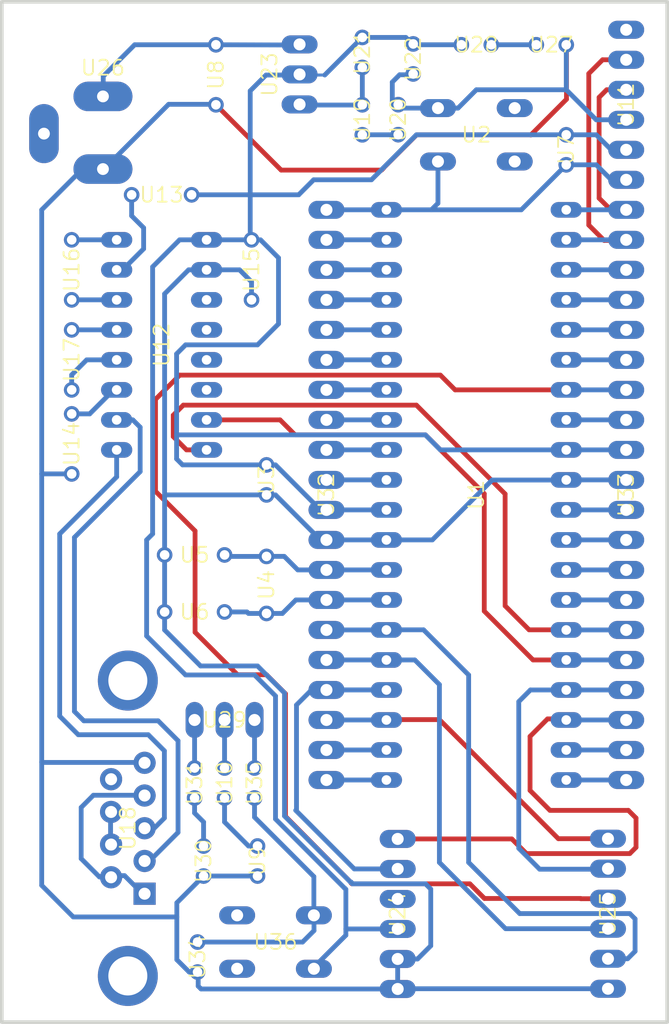
<source format=kicad_pcb>
(kicad_pcb (version 20171130) (host pcbnew "(6.0.0-rc1-dev-1469-g932b9a334)")

  (general
    (thickness 1.6)
    (drawings 4)
    (tracks 398)
    (zones 0)
    (modules 36)
    (nets 71)
  )

  (page A4)
  (layers
    (0 Top signal)
    (31 Bottom signal)
    (32 B.Adhes user)
    (33 F.Adhes user)
    (34 B.Paste user)
    (35 F.Paste user)
    (36 B.SilkS user)
    (37 F.SilkS user)
    (38 B.Mask user)
    (39 F.Mask user)
    (40 Dwgs.User user)
    (41 Cmts.User user)
    (42 Eco1.User user)
    (43 Eco2.User user)
    (44 Edge.Cuts user)
    (45 Margin user)
    (46 B.CrtYd user)
    (47 F.CrtYd user)
    (48 B.Fab user)
    (49 F.Fab user)
  )

  (setup
    (last_trace_width 0.4064)
    (trace_clearance 0.2)
    (zone_clearance 0.508)
    (zone_45_only no)
    (trace_min 0.2)
    (via_size 0.8)
    (via_drill 0.4)
    (via_min_size 0.4)
    (via_min_drill 0.3)
    (uvia_size 0.3)
    (uvia_drill 0.1)
    (uvias_allowed yes)
    (uvia_min_size 0.2)
    (uvia_min_drill 0.1)
    (edge_width 0.05)
    (segment_width 0.2)
    (pcb_text_width 0.3)
    (pcb_text_size 1.5 1.5)
    (mod_edge_width 0.12)
    (mod_text_size 1 1)
    (mod_text_width 0.15)
    (pad_size 1.524 1.524)
    (pad_drill 0.762)
    (pad_to_mask_clearance 0.051)
    (solder_mask_min_width 0.25)
    (aux_axis_origin 0 0)
    (visible_elements 7FFFFFFF)
    (pcbplotparams
      (layerselection 0x010fc_ffffffff)
      (usegerberextensions false)
      (usegerberattributes false)
      (usegerberadvancedattributes false)
      (creategerberjobfile false)
      (excludeedgelayer true)
      (linewidth 0.100000)
      (plotframeref false)
      (viasonmask false)
      (mode 1)
      (useauxorigin false)
      (hpglpennumber 1)
      (hpglpenspeed 20)
      (hpglpendiameter 15.000000)
      (psnegative false)
      (psa4output false)
      (plotreference true)
      (plotvalue true)
      (plotinvisibletext false)
      (padsonsilk false)
      (subtractmaskfromsilk false)
      (outputformat 1)
      (mirror false)
      (drillshape 1)
      (scaleselection 1)
      (outputdirectory ""))
  )

  (net 0 "")
  (net 1 "Net-(IC3-Pad40)")
  (net 2 "Net-(IC3-Pad39)")
  (net 3 "Net-(IC3-Pad38)")
  (net 4 "Net-(IC3-Pad37)")
  (net 5 "Net-(IC3-Pad36)")
  (net 6 "Net-(IC3-Pad35)")
  (net 7 /MRF_INT)
  (net 8 "Net-(IC3-Pad33)")
  (net 9 /3.3V_SRC)
  (net 10 GND)
  (net 11 "Net-(IC3-Pad30)")
  (net 12 "Net-(IC3-Pad29)")
  (net 13 "Net-(IC3-Pad28)")
  (net 14 "Net-(IC3-Pad27)")
  (net 15 /N$17)
  (net 16 /N$21)
  (net 17 /MRF_SDO)
  (net 18 /MRF_SDI)
  (net 19 "Net-(IC3-Pad22)")
  (net 20 "Net-(IC3-Pad21)")
  (net 21 "Net-(IC3-Pad20)")
  (net 22 "Net-(IC3-Pad19)")
  (net 23 /MRF_SCK)
  (net 24 /MRF_CS)
  (net 25 /MRF_WAKE)
  (net 26 /MRF_RESET)
  (net 27 /OSC2)
  (net 28 /OS1)
  (net 29 "Net-(IC3-Pad10)")
  (net 30 "Net-(IC3-Pad9)")
  (net 31 "Net-(IC3-Pad8)")
  (net 32 "Net-(IC3-Pad7)")
  (net 33 "Net-(IC3-Pad6)")
  (net 34 "Net-(IC3-Pad5)")
  (net 35 "Net-(IC3-Pad4)")
  (net 36 "Net-(IC3-Pad3)")
  (net 37 "Net-(IC3-Pad2)")
  (net 38 "Net-(IC3-Pad1)")
  (net 39 "Net-(S1-Pad4)")
  (net 40 "Net-(S1-Pad2)")
  (net 41 "Net-(C6-Pad1)")
  (net 42 "Net-(LED3-PadA)")
  (net 43 "Net-(R5-Pad1)")
  (net 44 "Net-(JP3-Pad6)")
  (net 45 "Net-(IC2-Pad14)")
  (net 46 "Net-(IC2-Pad13)")
  (net 47 "Net-(IC2-Pad12)")
  (net 48 "Net-(IC2-Pad11)")
  (net 49 "Net-(C5-Pad2)")
  (net 50 "Net-(C2-Pad2)")
  (net 51 "Net-(C5-Pad1)")
  (net 52 "Net-(C4-Pad2)")
  (net 53 "Net-(IC2-Pad8)")
  (net 54 "Net-(IC2-Pad7)")
  (net 55 "Net-(C1-Pad1)")
  (net 56 "Net-(C4-Pad1)")
  (net 57 "Net-(X1-Pad9)")
  (net 58 "Net-(X1-Pad7)")
  (net 59 "Net-(X1-Pad1)")
  (net 60 "Net-(IC4-Pad1)")
  (net 61 "Net-(R8-Pad1)")
  (net 62 "Net-(JP4-Pad4)")
  (net 63 "Net-(X3-Pad3)")
  (net 64 "Net-(LED1-PadA)")
  (net 65 "Net-(R2-Pad1)")
  (net 66 "Net-(R6-Pad1)")
  (net 67 "Net-(LED2-PadA)")
  (net 68 "Net-(R1-Pad1)")
  (net 69 "Net-(S2-Pad4)")
  (net 70 "Net-(S2-Pad2)")

  (net_class Default "This is the default net class."
    (clearance 0.2)
    (trace_width 0.4064)
    (via_dia 0.8)
    (via_drill 0.4)
    (uvia_dia 0.3)
    (uvia_drill 0.1)
    (add_net /3.3V_SRC)
    (add_net /MRF_CS)
    (add_net /MRF_INT)
    (add_net /MRF_RESET)
    (add_net /MRF_SCK)
    (add_net /MRF_SDI)
    (add_net /MRF_SDO)
    (add_net /MRF_WAKE)
    (add_net /N$17)
    (add_net /N$21)
    (add_net /OS1)
    (add_net /OSC2)
    (add_net GND)
    (add_net "Net-(C1-Pad1)")
    (add_net "Net-(C2-Pad2)")
    (add_net "Net-(C4-Pad1)")
    (add_net "Net-(C4-Pad2)")
    (add_net "Net-(C5-Pad1)")
    (add_net "Net-(C5-Pad2)")
    (add_net "Net-(C6-Pad1)")
    (add_net "Net-(IC2-Pad11)")
    (add_net "Net-(IC2-Pad12)")
    (add_net "Net-(IC2-Pad13)")
    (add_net "Net-(IC2-Pad14)")
    (add_net "Net-(IC2-Pad7)")
    (add_net "Net-(IC2-Pad8)")
    (add_net "Net-(IC3-Pad1)")
    (add_net "Net-(IC3-Pad10)")
    (add_net "Net-(IC3-Pad19)")
    (add_net "Net-(IC3-Pad2)")
    (add_net "Net-(IC3-Pad20)")
    (add_net "Net-(IC3-Pad21)")
    (add_net "Net-(IC3-Pad22)")
    (add_net "Net-(IC3-Pad27)")
    (add_net "Net-(IC3-Pad28)")
    (add_net "Net-(IC3-Pad29)")
    (add_net "Net-(IC3-Pad3)")
    (add_net "Net-(IC3-Pad30)")
    (add_net "Net-(IC3-Pad33)")
    (add_net "Net-(IC3-Pad35)")
    (add_net "Net-(IC3-Pad36)")
    (add_net "Net-(IC3-Pad37)")
    (add_net "Net-(IC3-Pad38)")
    (add_net "Net-(IC3-Pad39)")
    (add_net "Net-(IC3-Pad4)")
    (add_net "Net-(IC3-Pad40)")
    (add_net "Net-(IC3-Pad5)")
    (add_net "Net-(IC3-Pad6)")
    (add_net "Net-(IC3-Pad7)")
    (add_net "Net-(IC3-Pad8)")
    (add_net "Net-(IC3-Pad9)")
    (add_net "Net-(IC4-Pad1)")
    (add_net "Net-(JP3-Pad6)")
    (add_net "Net-(JP4-Pad4)")
    (add_net "Net-(LED1-PadA)")
    (add_net "Net-(LED2-PadA)")
    (add_net "Net-(LED3-PadA)")
    (add_net "Net-(R1-Pad1)")
    (add_net "Net-(R2-Pad1)")
    (add_net "Net-(R5-Pad1)")
    (add_net "Net-(R6-Pad1)")
    (add_net "Net-(R8-Pad1)")
    (add_net "Net-(S1-Pad2)")
    (add_net "Net-(S1-Pad4)")
    (add_net "Net-(S2-Pad2)")
    (add_net "Net-(S2-Pad4)")
    (add_net "Net-(X1-Pad1)")
    (add_net "Net-(X1-Pad7)")
    (add_net "Net-(X1-Pad9)")
    (add_net "Net-(X3-Pad3)")
  )

  (module picDevBoard:317TS (layer Top) (tedit 5DD22436) (tstamp 5DC8E7E0)
    (at 145.542 67.9704 90)
    (descr "<b>VOLTAGE REGULATOR</b>")
    (path /FA55F29D)
    (fp_text reference U23 (at 0 -2.54 90) (layer F.SilkS)
      (effects (font (size 1.27 1.27) (thickness 0.15)))
    )
    (fp_text value "" (at 0 -2.54 90) (layer F.SilkS)
      (effects (font (size 1.27 1.27) (thickness 0.15)))
    )
    (fp_poly (pts (xy -5.4 -2.54) (xy -5.4 1.96) (xy 5.2 1.96) (xy 5.2 -2.54)) (layer F.CrtYd) (width 0.1))
    (fp_poly (pts (xy -3.4 -1.54) (xy -3.4 1.56) (xy 3.4 1.56) (xy 3.4 -1.54)) (layer B.CrtYd) (width 0.1))
    (pad 3 thru_hole oval (at 2.54 0 180) (size 3.048 1.524) (drill 1.016) (layers *.Cu *.Mask)
      (net 41 "Net-(C6-Pad1)") (solder_mask_margin 0.1016))
    (pad 2 thru_hole oval (at 0 0 180) (size 3.048 1.524) (drill 1.016) (layers *.Cu *.Mask)
      (net 9 /3.3V_SRC) (solder_mask_margin 0.1016))
    (pad 1 thru_hole oval (at -2.54 0 180) (size 3.048 1.524) (drill 1.016) (layers *.Cu *.Mask)
      (net 60 "Net-(IC4-Pad1)") (solder_mask_margin 0.1016))
  )

  (module picDevBoard:733980-62 locked (layer Top) (tedit 5DD23BA9) (tstamp 5DC8E86D)
    (at 128.8796 69.9516 180)
    (descr "<b>DC POWER JACK</b><p>\nDC20-09 (2.0 mm Center Pin)<br>\nDC25-09 (2.5 mm Center Pin)<br>\nSource: http://www2.produktinfo.conrad.com/datenblaetter/725000-749999/733980-da-01-en-Printbuchse_mit_Schaltkontakt_2mm.pdf")
    (path /D0EFEB30)
    (fp_text reference U26 (at 0 2.54 180) (layer F.SilkS)
      (effects (font (size 1.27 1.27) (thickness 0.15)))
    )
    (fp_text value "" (at 0 2.54 180) (layer F.SilkS)
      (effects (font (size 1.27 1.27) (thickness 0.15)))
    )
    (fp_poly (pts (xy -4.4 -6.26) (xy 4.4 -6.26) (xy 4.4 7.64) (xy -4.4 7.64)) (layer F.CrtYd) (width 0.1))
    (pad 3 thru_hole oval (at 5 -3.03 270) (size 5 2.5) (drill 1) (layers *.Cu *.Mask)
      (net 63 "Net-(X3-Pad3)") (solder_mask_margin 0.1016))
    (pad 1 thru_hole oval (at 0 -6.03 180) (size 5 2.5) (drill 1) (layers *.Cu *.Mask)
      (net 10 GND) (solder_mask_margin 0.1016))
    (pad 2 thru_hole oval (at 0 0.12 180) (size 5 2.5) (drill 1) (layers *.Cu *.Mask)
      (net 41 "Net-(C6-Pad1)") (solder_mask_margin 0.1016))
  )

  (module picDevBoard:DB9 locked (layer Top) (tedit 5DD22E40) (tstamp 5DC8E78D)
    (at 127.8128 131.7752 90)
    (descr <b>SUB-D</b>)
    (path /8679BB61)
    (fp_text reference U18 (at 0 3.175 90) (layer F.SilkS)
      (effects (font (size 1.27 1.27) (thickness 0.15)))
    )
    (fp_text value "" (at 0 3.175 90) (layer F.SilkS)
      (effects (font (size 1.27 1.27) (thickness 0.15)))
    )
    (fp_poly (pts (xy -15.6 -6.525) (xy 15.6 -6.525) (xy 15.6 6.175) (xy -15.6 6.175)) (layer F.CrtYd) (width 0.1))
    (pad G2 thru_hole circle (at 12.5 3.175 90) (size 5.08 5.08) (drill 3.302) (layers *.Cu *.Mask)
      (solder_mask_margin 0.1016))
    (pad G1 thru_hole circle (at -12.5 3.175 90) (size 5.08 5.08) (drill 3.302) (layers *.Cu *.Mask)
      (solder_mask_margin 0.1016))
    (pad 9 thru_hole circle (at 4.15 1.755 90) (size 1.8796 1.8796) (drill 1.016) (layers *.Cu *.Mask)
      (net 57 "Net-(X1-Pad9)") (solder_mask_margin 0.1016))
    (pad 8 thru_hole circle (at 1.38 1.755 90) (size 1.8796 1.8796) (drill 1.016) (layers *.Cu *.Mask)
      (net 58 "Net-(X1-Pad7)") (solder_mask_margin 0.1016))
    (pad 7 thru_hole circle (at -1.38 1.755 90) (size 1.8796 1.8796) (drill 1.016) (layers *.Cu *.Mask)
      (net 58 "Net-(X1-Pad7)") (solder_mask_margin 0.1016))
    (pad 6 thru_hole circle (at -4.15 1.755 90) (size 1.8796 1.8796) (drill 1.016) (layers *.Cu *.Mask)
      (net 59 "Net-(X1-Pad1)") (solder_mask_margin 0.1016))
    (pad 5 thru_hole circle (at 5.54 4.595 90) (size 1.8796 1.8796) (drill 1.016) (layers *.Cu *.Mask)
      (net 10 GND) (solder_mask_margin 0.1016))
    (pad 4 thru_hole circle (at 2.77 4.595 90) (size 1.8796 1.8796) (drill 1.016) (layers *.Cu *.Mask)
      (net 59 "Net-(X1-Pad1)") (solder_mask_margin 0.1016))
    (pad 3 thru_hole circle (at 0 4.595 90) (size 1.8796 1.8796) (drill 1.016) (layers *.Cu *.Mask)
      (net 53 "Net-(IC2-Pad8)") (solder_mask_margin 0.1016))
    (pad 2 thru_hole circle (at -2.77 4.595 90) (size 1.8796 1.8796) (drill 1.016) (layers *.Cu *.Mask)
      (net 54 "Net-(IC2-Pad7)") (solder_mask_margin 0.1016))
    (pad 1 thru_hole rect (at -5.54 4.595 90) (size 1.8796 1.8796) (drill 1.016) (layers *.Cu *.Mask)
      (net 59 "Net-(X1-Pad1)") (solder_mask_margin 0.1016))
  )

  (module picDevBoard:DIL40 (layer Top) (tedit 5DD232E6) (tstamp 5DC8E5C7)
    (at 160.520378 103.560879 270)
    (descr "<B>Dual In Line</B><p>\npackage type P")
    (path /B686635D)
    (fp_text reference U1 (at 0 0 270) (layer F.SilkS)
      (effects (font (size 1.27 1.27) (thickness 0.15)))
    )
    (fp_text value "" (at 0 0 270) (layer F.SilkS)
      (effects (font (size 1.27 1.27) (thickness 0.15)))
    )
    (fp_poly (pts (xy -25.5 -9) (xy 25.5 -9) (xy 25.5 9) (xy -25.5 9)) (layer F.CrtYd) (width 0.1))
    (pad 40 thru_hole oval (at -24.13 -7.62) (size 2.6416 1.3208) (drill 0.8128) (layers *.Cu *.Mask)
      (net 1 "Net-(IC3-Pad40)") (solder_mask_margin 0.1016))
    (pad 39 thru_hole oval (at -21.59 -7.62) (size 2.6416 1.3208) (drill 0.8128) (layers *.Cu *.Mask)
      (net 2 "Net-(IC3-Pad39)") (solder_mask_margin 0.1016))
    (pad 38 thru_hole oval (at -19.05 -7.62) (size 2.6416 1.3208) (drill 0.8128) (layers *.Cu *.Mask)
      (net 3 "Net-(IC3-Pad38)") (solder_mask_margin 0.1016))
    (pad 37 thru_hole oval (at -16.51 -7.62) (size 2.6416 1.3208) (drill 0.8128) (layers *.Cu *.Mask)
      (net 4 "Net-(IC3-Pad37)") (solder_mask_margin 0.1016))
    (pad 36 thru_hole oval (at -13.97 -7.62) (size 2.6416 1.3208) (drill 0.8128) (layers *.Cu *.Mask)
      (net 5 "Net-(IC3-Pad36)") (solder_mask_margin 0.1016))
    (pad 35 thru_hole oval (at -11.43 -7.62) (size 2.6416 1.3208) (drill 0.8128) (layers *.Cu *.Mask)
      (net 6 "Net-(IC3-Pad35)") (solder_mask_margin 0.1016))
    (pad 34 thru_hole oval (at -8.89 -7.62) (size 2.6416 1.3208) (drill 0.8128) (layers *.Cu *.Mask)
      (net 7 /MRF_INT) (solder_mask_margin 0.1016))
    (pad 33 thru_hole oval (at -6.35 -7.62) (size 2.6416 1.3208) (drill 0.8128) (layers *.Cu *.Mask)
      (net 8 "Net-(IC3-Pad33)") (solder_mask_margin 0.1016))
    (pad 32 thru_hole oval (at -3.81 -7.62) (size 2.6416 1.3208) (drill 0.8128) (layers *.Cu *.Mask)
      (net 9 /3.3V_SRC) (solder_mask_margin 0.1016))
    (pad 31 thru_hole oval (at -1.27 -7.62) (size 2.6416 1.3208) (drill 0.8128) (layers *.Cu *.Mask)
      (net 10 GND) (solder_mask_margin 0.1016))
    (pad 30 thru_hole oval (at 1.27 -7.62) (size 2.6416 1.3208) (drill 0.8128) (layers *.Cu *.Mask)
      (net 11 "Net-(IC3-Pad30)") (solder_mask_margin 0.1016))
    (pad 29 thru_hole oval (at 3.81 -7.62) (size 2.6416 1.3208) (drill 0.8128) (layers *.Cu *.Mask)
      (net 12 "Net-(IC3-Pad29)") (solder_mask_margin 0.1016))
    (pad 28 thru_hole oval (at 6.35 -7.62) (size 2.6416 1.3208) (drill 0.8128) (layers *.Cu *.Mask)
      (net 13 "Net-(IC3-Pad28)") (solder_mask_margin 0.1016))
    (pad 27 thru_hole oval (at 8.89 -7.62) (size 2.6416 1.3208) (drill 0.8128) (layers *.Cu *.Mask)
      (net 14 "Net-(IC3-Pad27)") (solder_mask_margin 0.1016))
    (pad 26 thru_hole oval (at 11.43 -7.62) (size 2.6416 1.3208) (drill 0.8128) (layers *.Cu *.Mask)
      (net 15 /N$17) (solder_mask_margin 0.1016))
    (pad 25 thru_hole oval (at 13.97 -7.62) (size 2.6416 1.3208) (drill 0.8128) (layers *.Cu *.Mask)
      (net 16 /N$21) (solder_mask_margin 0.1016))
    (pad 24 thru_hole oval (at 16.51 -7.62) (size 2.6416 1.3208) (drill 0.8128) (layers *.Cu *.Mask)
      (net 17 /MRF_SDO) (solder_mask_margin 0.1016))
    (pad 23 thru_hole oval (at 19.05 -7.62) (size 2.6416 1.3208) (drill 0.8128) (layers *.Cu *.Mask)
      (net 18 /MRF_SDI) (solder_mask_margin 0.1016))
    (pad 22 thru_hole oval (at 21.59 -7.62) (size 2.6416 1.3208) (drill 0.8128) (layers *.Cu *.Mask)
      (net 19 "Net-(IC3-Pad22)") (solder_mask_margin 0.1016))
    (pad 21 thru_hole oval (at 24.13 -7.62) (size 2.6416 1.3208) (drill 0.8128) (layers *.Cu *.Mask)
      (net 20 "Net-(IC3-Pad21)") (solder_mask_margin 0.1016))
    (pad 20 thru_hole oval (at 24.13 7.62) (size 2.6416 1.3208) (drill 0.8128) (layers *.Cu *.Mask)
      (net 21 "Net-(IC3-Pad20)") (solder_mask_margin 0.1016))
    (pad 19 thru_hole oval (at 21.59 7.62) (size 2.6416 1.3208) (drill 0.8128) (layers *.Cu *.Mask)
      (net 22 "Net-(IC3-Pad19)") (solder_mask_margin 0.1016))
    (pad 18 thru_hole oval (at 19.05 7.62) (size 2.6416 1.3208) (drill 0.8128) (layers *.Cu *.Mask)
      (net 23 /MRF_SCK) (solder_mask_margin 0.1016))
    (pad 17 thru_hole oval (at 16.51 7.62) (size 2.6416 1.3208) (drill 0.8128) (layers *.Cu *.Mask)
      (net 24 /MRF_CS) (solder_mask_margin 0.1016))
    (pad 16 thru_hole oval (at 13.97 7.62) (size 2.6416 1.3208) (drill 0.8128) (layers *.Cu *.Mask)
      (net 25 /MRF_WAKE) (solder_mask_margin 0.1016))
    (pad 15 thru_hole oval (at 11.43 7.62) (size 2.6416 1.3208) (drill 0.8128) (layers *.Cu *.Mask)
      (net 26 /MRF_RESET) (solder_mask_margin 0.1016))
    (pad 14 thru_hole oval (at 8.89 7.62) (size 2.6416 1.3208) (drill 0.8128) (layers *.Cu *.Mask)
      (net 27 /OSC2) (solder_mask_margin 0.1016))
    (pad 13 thru_hole oval (at 6.35 7.62) (size 2.6416 1.3208) (drill 0.8128) (layers *.Cu *.Mask)
      (net 28 /OS1) (solder_mask_margin 0.1016))
    (pad 12 thru_hole oval (at 3.81 7.62) (size 2.6416 1.3208) (drill 0.8128) (layers *.Cu *.Mask)
      (net 10 GND) (solder_mask_margin 0.1016))
    (pad 11 thru_hole oval (at 1.27 7.62) (size 2.6416 1.3208) (drill 0.8128) (layers *.Cu *.Mask)
      (net 9 /3.3V_SRC) (solder_mask_margin 0.1016))
    (pad 10 thru_hole oval (at -1.27 7.62) (size 2.6416 1.3208) (drill 0.8128) (layers *.Cu *.Mask)
      (net 29 "Net-(IC3-Pad10)") (solder_mask_margin 0.1016))
    (pad 9 thru_hole oval (at -3.81 7.62) (size 2.6416 1.3208) (drill 0.8128) (layers *.Cu *.Mask)
      (net 30 "Net-(IC3-Pad9)") (solder_mask_margin 0.1016))
    (pad 8 thru_hole oval (at -6.35 7.62) (size 2.6416 1.3208) (drill 0.8128) (layers *.Cu *.Mask)
      (net 31 "Net-(IC3-Pad8)") (solder_mask_margin 0.1016))
    (pad 7 thru_hole oval (at -8.89 7.62) (size 2.6416 1.3208) (drill 0.8128) (layers *.Cu *.Mask)
      (net 32 "Net-(IC3-Pad7)") (solder_mask_margin 0.1016))
    (pad 6 thru_hole oval (at -11.43 7.62) (size 2.6416 1.3208) (drill 0.8128) (layers *.Cu *.Mask)
      (net 33 "Net-(IC3-Pad6)") (solder_mask_margin 0.1016))
    (pad 5 thru_hole oval (at -13.97 7.62) (size 2.6416 1.3208) (drill 0.8128) (layers *.Cu *.Mask)
      (net 34 "Net-(IC3-Pad5)") (solder_mask_margin 0.1016))
    (pad 4 thru_hole oval (at -16.51 7.62) (size 2.6416 1.3208) (drill 0.8128) (layers *.Cu *.Mask)
      (net 35 "Net-(IC3-Pad4)") (solder_mask_margin 0.1016))
    (pad 3 thru_hole oval (at -19.05 7.62) (size 2.6416 1.3208) (drill 0.8128) (layers *.Cu *.Mask)
      (net 36 "Net-(IC3-Pad3)") (solder_mask_margin 0.1016))
    (pad 2 thru_hole oval (at -21.59 7.62) (size 2.6416 1.3208) (drill 0.8128) (layers *.Cu *.Mask)
      (net 37 "Net-(IC3-Pad2)") (solder_mask_margin 0.1016))
    (pad 1 thru_hole oval (at -24.13 7.62) (size 2.6416 1.3208) (drill 0.8128) (layers *.Cu *.Mask)
      (net 38 "Net-(IC3-Pad1)") (solder_mask_margin 0.1016))
  )

  (module picDevBoard:B3F-10XX (layer Top) (tedit 5DD22839) (tstamp 5DC8E5F8)
    (at 160.520378 73.080879)
    (descr "<b>OMRON SWITCH</b>")
    (path /788C9994)
    (fp_text reference U2 (at 0 0) (layer F.SilkS)
      (effects (font (size 1.27 1.27) (thickness 0.15)))
    )
    (fp_text value "" (at 0 0) (layer F.SilkS)
      (effects (font (size 1.27 1.27) (thickness 0.15)))
    )
    (fp_poly (pts (xy -3.4 -3.2) (xy 3.4 -3.2) (xy 3.4 3.2) (xy -3.4 3.2)) (layer F.CrtYd) (width 0.1))
    (pad 4 thru_hole oval (at 3.2512 2.2606) (size 3.048 1.524) (drill 1.016) (layers *.Cu *.Mask)
      (net 39 "Net-(S1-Pad4)") (solder_mask_margin 0.1016))
    (pad 2 thru_hole oval (at 3.2512 -2.2606) (size 3.048 1.524) (drill 1.016) (layers *.Cu *.Mask)
      (net 40 "Net-(S1-Pad2)") (solder_mask_margin 0.1016))
    (pad 3 thru_hole oval (at -3.2512 2.2606) (size 3.048 1.524) (drill 1.016) (layers *.Cu *.Mask)
      (net 38 "Net-(IC3-Pad1)") (solder_mask_margin 0.1016))
    (pad 1 thru_hole oval (at -3.2512 -2.2606) (size 3.048 1.524) (drill 1.016) (layers *.Cu *.Mask)
      (net 10 GND) (solder_mask_margin 0.1016))
  )

  (module picDevBoard:C025-024X044 (layer Top) (tedit 5DD22892) (tstamp 5DC8E635)
    (at 142.740378 102.290879 270)
    (descr "<b>CAPACITOR</b><p>\ngrid 2.5 mm, outline 2.4 x 4.4 mm")
    (path /2F4B506D)
    (fp_text reference U3 (at 0 0 270) (layer F.SilkS)
      (effects (font (size 1.27 1.27) (thickness 0.15)))
    )
    (fp_text value "" (at 0 0 270) (layer F.SilkS)
      (effects (font (size 1.27 1.27) (thickness 0.15)))
    )
    (fp_poly (pts (xy -2.3 -1.3) (xy 2.3 -1.3) (xy 2.3 1.3) (xy -2.3 1.3)) (layer F.CrtYd) (width 0.1))
    (pad 2 thru_hole circle (at 1.27 0 270) (size 1.3208 1.3208) (drill 0.8128) (layers *.Cu *.Mask)
      (net 10 GND) (solder_mask_margin 0.1016))
    (pad 1 thru_hole circle (at -1.27 0 270) (size 1.3208 1.3208) (drill 0.8128) (layers *.Cu *.Mask)
      (net 9 /3.3V_SRC) (solder_mask_margin 0.1016))
  )

  (module picDevBoard:HC49_S (layer Top) (tedit 5DD2361A) (tstamp 5DC8E646)
    (at 142.740378 111.180879 270)
    (descr <b>CRYSTAL</b>)
    (path /22BC07EB)
    (fp_text reference U4 (at 0 0 270) (layer F.SilkS)
      (effects (font (size 1.27 1.27) (thickness 0.15)))
    )
    (fp_text value "" (at 0 0 270) (layer F.SilkS)
      (effects (font (size 1.27 1.27) (thickness 0.15)))
    )
    (fp_poly (pts (xy -5.6 -2.6) (xy 5.6 -2.6) (xy 5.6 2.6) (xy -5.6 2.6)) (layer F.CrtYd) (width 0.1))
    (pad 1 thru_hole circle (at -2.413 0 270) (size 1.3208 1.3208) (drill 0.8128) (layers *.Cu *.Mask)
      (net 28 /OS1) (solder_mask_margin 0.1016))
    (pad 2 thru_hole circle (at 2.413 0 270) (size 1.3208 1.3208) (drill 0.8128) (layers *.Cu *.Mask)
      (net 27 /OSC2) (solder_mask_margin 0.1016))
  )

  (module picDevBoard:C050-024X044 (layer Top) (tedit 5DD22909) (tstamp 5DC8E662)
    (at 136.644378 108.640879 180)
    (descr "<b>CAPACITOR</b><p>\ngrid 5 mm, outline 2.4 x 4.4 mm")
    (path /E6471815)
    (fp_text reference U5 (at 0 0 180) (layer F.SilkS)
      (effects (font (size 1.27 1.27) (thickness 0.15)))
    )
    (fp_text value "" (at 0 0 180) (layer F.SilkS)
      (effects (font (size 1.27 1.27) (thickness 0.15)))
    )
    (fp_poly (pts (xy -2.3 -1.3) (xy -2.3 1.3) (xy 2.3 1.3) (xy 2.3 -1.3)) (layer F.CrtYd) (width 0.1))
    (pad 2 thru_hole circle (at 2.54 0 180) (size 1.3208 1.3208) (drill 0.8128) (layers *.Cu *.Mask)
      (net 10 GND) (solder_mask_margin 0.1016))
    (pad 1 thru_hole circle (at -2.54 0 180) (size 1.3208 1.3208) (drill 0.8128) (layers *.Cu *.Mask)
      (net 28 /OS1) (solder_mask_margin 0.1016))
  )

  (module picDevBoard:C050-024X044 (layer Top) (tedit 5DD22909) (tstamp 5DC8E677)
    (at 136.644378 113.466879 180)
    (descr "<b>CAPACITOR</b><p>\ngrid 5 mm, outline 2.4 x 4.4 mm")
    (path /DC2BCD37)
    (fp_text reference U6 (at 0 0 180) (layer F.SilkS)
      (effects (font (size 1.27 1.27) (thickness 0.15)))
    )
    (fp_text value "" (at 0 0 180) (layer F.SilkS)
      (effects (font (size 1.27 1.27) (thickness 0.15)))
    )
    (fp_poly (pts (xy -2.3 -1.3) (xy -2.3 1.3) (xy 2.3 1.3) (xy 2.3 -1.3)) (layer F.CrtYd) (width 0.1))
    (pad 2 thru_hole circle (at 2.54 0 180) (size 1.3208 1.3208) (drill 0.8128) (layers *.Cu *.Mask)
      (net 10 GND) (solder_mask_margin 0.1016))
    (pad 1 thru_hole circle (at -2.54 0 180) (size 1.3208 1.3208) (drill 0.8128) (layers *.Cu *.Mask)
      (net 27 /OSC2) (solder_mask_margin 0.1016))
  )

  (module picDevBoard:V526-0 (layer Top) (tedit 5DD23A48) (tstamp 5DC8E68C)
    (at 168.140378 74.350879 270)
    (descr "<b>RESISTOR</b><p>\ntype V526-0, grid 2.5 mm")
    (path /BA9F59F4)
    (fp_text reference U7 (at 0 0 270) (layer F.SilkS)
      (effects (font (size 1.27 1.27) (thickness 0.15)))
    )
    (fp_text value "" (at 0 0 270) (layer F.SilkS)
      (effects (font (size 1.27 1.27) (thickness 0.15)))
    )
    (fp_poly (pts (xy -2.7 -1.1) (xy 2.7 -1.1) (xy 2.7 1.1) (xy -2.7 1.1)) (layer F.CrtYd) (width 0.1))
    (pad 2 thru_hole circle (at 1.27 0 270) (size 1.3208 1.3208) (drill 0.8128) (layers *.Cu *.Mask)
      (net 38 "Net-(IC3-Pad1)") (solder_mask_margin 0.1016))
    (pad 1 thru_hole circle (at -1.27 0 270) (size 1.3208 1.3208) (drill 0.8128) (layers *.Cu *.Mask)
      (net 9 /3.3V_SRC) (solder_mask_margin 0.1016))
  )

  (module picDevBoard:C050-025X075 (layer Top) (tedit 5DD22973) (tstamp 5DC8E699)
    (at 138.452878 68.000879 270)
    (descr "<b>CAPACITOR</b><p>\ngrid 5 mm, outline 2.5 x 7.5 mm")
    (path /6DF0E31E)
    (fp_text reference U8 (at 0 0 270) (layer F.SilkS)
      (effects (font (size 1.27 1.27) (thickness 0.15)))
    )
    (fp_text value "" (at 0 0 270) (layer F.SilkS)
      (effects (font (size 1.27 1.27) (thickness 0.15)))
    )
    (fp_poly (pts (xy -3.8 -1.4) (xy 3.8 -1.4) (xy 3.8 1.4) (xy -3.8 1.4)) (layer F.CrtYd) (width 0.1))
    (pad 2 thru_hole circle (at 2.54 0 270) (size 1.3208 1.3208) (drill 0.8128) (layers *.Cu *.Mask)
      (net 10 GND) (solder_mask_margin 0.1016))
    (pad 1 thru_hole circle (at -2.54 0 270) (size 1.3208 1.3208) (drill 0.8128) (layers *.Cu *.Mask)
      (net 41 "Net-(C6-Pad1)") (solder_mask_margin 0.1016))
  )

  (module picDevBoard:LED3MM (layer Top) (tedit 5DD2369D) (tstamp 5DC8E6AC)
    (at 141.978378 134.548879 270)
    (descr "<B>LED</B><p>\n3 mm, round")
    (path /E9052FDA)
    (fp_text reference U9 (at 0 0 270) (layer F.SilkS)
      (effects (font (size 1.27 1.27) (thickness 0.15)))
    )
    (fp_text value "" (at 0 0 270) (layer F.SilkS)
      (effects (font (size 1.27 1.27) (thickness 0.15)))
    )
    (fp_poly (pts (xy -2.2 -2.2) (xy 2 -2.2) (xy 2 2.3) (xy -2.2 2.3)) (layer F.CrtYd) (width 0.1))
    (pad K thru_hole circle (at 1.27 0 270) (size 1.3208 1.3208) (drill 0.8128) (layers *.Cu *.Mask)
      (net 10 GND) (solder_mask_margin 0.1016))
    (pad A thru_hole circle (at -1.27 0 270) (size 1.3208 1.3208) (drill 0.8128) (layers *.Cu *.Mask)
      (net 42 "Net-(LED3-PadA)") (solder_mask_margin 0.1016))
  )

  (module picDevBoard:V526-0 (layer Top) (tedit 5DD23A48) (tstamp 5DC8E6C4)
    (at 139.184378 127.944879 270)
    (descr "<b>RESISTOR</b><p>\ntype V526-0, grid 2.5 mm")
    (path /1A59B195)
    (fp_text reference U10 (at 0 0 270) (layer F.SilkS)
      (effects (font (size 1.27 1.27) (thickness 0.15)))
    )
    (fp_text value "" (at 0 0 270) (layer F.SilkS)
      (effects (font (size 1.27 1.27) (thickness 0.15)))
    )
    (fp_poly (pts (xy -2.7 -1.1) (xy 2.7 -1.1) (xy 2.7 1.1) (xy -2.7 1.1)) (layer F.CrtYd) (width 0.1))
    (pad 2 thru_hole circle (at 1.27 0 270) (size 1.3208 1.3208) (drill 0.8128) (layers *.Cu *.Mask)
      (net 42 "Net-(LED3-PadA)") (solder_mask_margin 0.1016))
    (pad 1 thru_hole circle (at -1.27 0 270) (size 1.3208 1.3208) (drill 0.8128) (layers *.Cu *.Mask)
      (net 43 "Net-(R5-Pad1)") (solder_mask_margin 0.1016))
  )

  (module picDevBoard:1X06 (layer Top) (tedit 5DD23AD1) (tstamp 5DC8E6D1)
    (at 173.220378 70.540879 90)
    (descr "<b>PIN HEADER</b>")
    (path /8182258E)
    (fp_text reference U11 (at 0 0 90) (layer F.SilkS)
      (effects (font (size 1.27 1.27) (thickness 0.15)))
    )
    (fp_text value "" (at 0 0 90) (layer F.SilkS)
      (effects (font (size 1.27 1.27) (thickness 0.15)))
    )
    (fp_poly (pts (xy -7.5 -1.7) (xy 7.5 -1.7) (xy 7.5 1.7) (xy -7.5 1.7)) (layer B.CrtYd) (width 0.1))
    (fp_poly (pts (xy -7.5 -1.7) (xy 7.5 -1.7) (xy 7.5 1.7) (xy -7.5 1.7)) (layer F.CrtYd) (width 0.1))
    (pad 6 thru_hole oval (at 6.35 0 180) (size 3.048 1.524) (drill 1.016) (layers *.Cu *.Mask)
      (net 44 "Net-(JP3-Pad6)") (solder_mask_margin 0.1016))
    (pad 5 thru_hole oval (at 3.81 0 180) (size 3.048 1.524) (drill 1.016) (layers *.Cu *.Mask)
      (net 2 "Net-(IC3-Pad39)") (solder_mask_margin 0.1016))
    (pad 4 thru_hole oval (at 1.27 0 180) (size 3.048 1.524) (drill 1.016) (layers *.Cu *.Mask)
      (net 1 "Net-(IC3-Pad40)") (solder_mask_margin 0.1016))
    (pad 3 thru_hole oval (at -1.27 0 180) (size 3.048 1.524) (drill 1.016) (layers *.Cu *.Mask)
      (net 10 GND) (solder_mask_margin 0.1016))
    (pad 2 thru_hole oval (at -3.81 0 180) (size 3.048 1.524) (drill 1.016) (layers *.Cu *.Mask)
      (net 9 /3.3V_SRC) (solder_mask_margin 0.1016))
    (pad 1 thru_hole oval (at -6.35 0 180) (size 3.048 1.524) (drill 1.016) (layers *.Cu *.Mask)
      (net 38 "Net-(IC3-Pad1)") (solder_mask_margin 0.1016))
  )

  (module picDevBoard:DIL16 (layer Top) (tedit 5DD2332E) (tstamp 5DC8E70B)
    (at 133.850378 90.860879 270)
    (descr "<b>Dual In Line Package</b>")
    (path /BC34DC86)
    (fp_text reference U12 (at 0 0 270) (layer F.SilkS)
      (effects (font (size 1.27 1.27) (thickness 0.15)))
    )
    (fp_text value "" (at 0 0 270) (layer F.SilkS)
      (effects (font (size 1.27 1.27) (thickness 0.15)))
    )
    (fp_poly (pts (xy -10.3 -5.2) (xy 10.3 -5.2) (xy 10.3 5.2) (xy -10.3 5.2)) (layer F.CrtYd) (width 0.1))
    (pad 16 thru_hole oval (at -8.89 -3.81) (size 2.6416 1.3208) (drill 0.8128) (layers *.Cu *.Mask)
      (net 9 /3.3V_SRC) (solder_mask_margin 0.1016))
    (pad 15 thru_hole oval (at -6.35 -3.81) (size 2.6416 1.3208) (drill 0.8128) (layers *.Cu *.Mask)
      (net 10 GND) (solder_mask_margin 0.1016))
    (pad 14 thru_hole oval (at -3.81 -3.81) (size 2.6416 1.3208) (drill 0.8128) (layers *.Cu *.Mask)
      (net 45 "Net-(IC2-Pad14)") (solder_mask_margin 0.1016))
    (pad 13 thru_hole oval (at -1.27 -3.81) (size 2.6416 1.3208) (drill 0.8128) (layers *.Cu *.Mask)
      (net 46 "Net-(IC2-Pad13)") (solder_mask_margin 0.1016))
    (pad 12 thru_hole oval (at 1.27 -3.81) (size 2.6416 1.3208) (drill 0.8128) (layers *.Cu *.Mask)
      (net 47 "Net-(IC2-Pad12)") (solder_mask_margin 0.1016))
    (pad 11 thru_hole oval (at 3.81 -3.81) (size 2.6416 1.3208) (drill 0.8128) (layers *.Cu *.Mask)
      (net 48 "Net-(IC2-Pad11)") (solder_mask_margin 0.1016))
    (pad 10 thru_hole oval (at 6.35 -3.81) (size 2.6416 1.3208) (drill 0.8128) (layers *.Cu *.Mask)
      (net 16 /N$21) (solder_mask_margin 0.1016))
    (pad 9 thru_hole oval (at 8.89 -3.81) (size 2.6416 1.3208) (drill 0.8128) (layers *.Cu *.Mask)
      (net 15 /N$17) (solder_mask_margin 0.1016))
    (pad 5 thru_hole oval (at 1.27 3.81) (size 2.6416 1.3208) (drill 0.8128) (layers *.Cu *.Mask)
      (net 49 "Net-(C5-Pad2)") (solder_mask_margin 0.1016))
    (pad 6 thru_hole oval (at 3.81 3.81) (size 2.6416 1.3208) (drill 0.8128) (layers *.Cu *.Mask)
      (net 50 "Net-(C2-Pad2)") (solder_mask_margin 0.1016))
    (pad 4 thru_hole oval (at -1.27 3.81) (size 2.6416 1.3208) (drill 0.8128) (layers *.Cu *.Mask)
      (net 51 "Net-(C5-Pad1)") (solder_mask_margin 0.1016))
    (pad 3 thru_hole oval (at -3.81 3.81) (size 2.6416 1.3208) (drill 0.8128) (layers *.Cu *.Mask)
      (net 52 "Net-(C4-Pad2)") (solder_mask_margin 0.1016))
    (pad 8 thru_hole oval (at 8.89 3.81) (size 2.6416 1.3208) (drill 0.8128) (layers *.Cu *.Mask)
      (net 53 "Net-(IC2-Pad8)") (solder_mask_margin 0.1016))
    (pad 7 thru_hole oval (at 6.35 3.81) (size 2.6416 1.3208) (drill 0.8128) (layers *.Cu *.Mask)
      (net 54 "Net-(IC2-Pad7)") (solder_mask_margin 0.1016))
    (pad 2 thru_hole oval (at -6.35 3.81) (size 2.6416 1.3208) (drill 0.8128) (layers *.Cu *.Mask)
      (net 55 "Net-(C1-Pad1)") (solder_mask_margin 0.1016))
    (pad 1 thru_hole oval (at -8.89 3.81) (size 2.6416 1.3208) (drill 0.8128) (layers *.Cu *.Mask)
      (net 56 "Net-(C4-Pad1)") (solder_mask_margin 0.1016))
  )

  (module picDevBoard:C050-024X044 (layer Top) (tedit 5DD22909) (tstamp 5DC8E724)
    (at 133.850378 78.160879)
    (descr "<b>CAPACITOR</b><p>\ngrid 5 mm, outline 2.4 x 4.4 mm")
    (path /24F56349)
    (fp_text reference U13 (at 0 0) (layer F.SilkS)
      (effects (font (size 1.27 1.27) (thickness 0.15)))
    )
    (fp_text value "" (at 0 0) (layer F.SilkS)
      (effects (font (size 1.27 1.27) (thickness 0.15)))
    )
    (fp_poly (pts (xy -2.3 -1.3) (xy -2.3 1.3) (xy 2.3 1.3) (xy 2.3 -1.3)) (layer F.CrtYd) (width 0.1))
    (pad 2 thru_hole circle (at 2.54 0) (size 1.3208 1.3208) (drill 0.8128) (layers *.Cu *.Mask)
      (net 9 /3.3V_SRC) (solder_mask_margin 0.1016))
    (pad 1 thru_hole circle (at -2.54 0) (size 1.3208 1.3208) (drill 0.8128) (layers *.Cu *.Mask)
      (net 55 "Net-(C1-Pad1)") (solder_mask_margin 0.1016))
  )

  (module picDevBoard:C050-024X044 (layer Top) (tedit 5DD22909) (tstamp 5DC8E739)
    (at 126.230378 99.242879 90)
    (descr "<b>CAPACITOR</b><p>\ngrid 5 mm, outline 2.4 x 4.4 mm")
    (path /4071D1F9)
    (fp_text reference U14 (at 0 0 90) (layer F.SilkS)
      (effects (font (size 1.27 1.27) (thickness 0.15)))
    )
    (fp_text value "" (at 0 0 90) (layer F.SilkS)
      (effects (font (size 1.27 1.27) (thickness 0.15)))
    )
    (fp_poly (pts (xy -2.3 -1.3) (xy -2.3 1.3) (xy 2.3 1.3) (xy 2.3 -1.3)) (layer F.CrtYd) (width 0.1))
    (pad 2 thru_hole circle (at 2.54 0 90) (size 1.3208 1.3208) (drill 0.8128) (layers *.Cu *.Mask)
      (net 50 "Net-(C2-Pad2)") (solder_mask_margin 0.1016))
    (pad 1 thru_hole circle (at -2.54 0 90) (size 1.3208 1.3208) (drill 0.8128) (layers *.Cu *.Mask)
      (net 10 GND) (solder_mask_margin 0.1016))
  )

  (module picDevBoard:C050-024X044 (layer Top) (tedit 5DD22909) (tstamp 5DC8E74E)
    (at 141.470378 84.510879 270)
    (descr "<b>CAPACITOR</b><p>\ngrid 5 mm, outline 2.4 x 4.4 mm")
    (path /00CB58E1)
    (fp_text reference U15 (at 0 0 270) (layer F.SilkS)
      (effects (font (size 1.27 1.27) (thickness 0.15)))
    )
    (fp_text value "" (at 0 0 270) (layer F.SilkS)
      (effects (font (size 1.27 1.27) (thickness 0.15)))
    )
    (fp_poly (pts (xy -2.3 -1.3) (xy -2.3 1.3) (xy 2.3 1.3) (xy 2.3 -1.3)) (layer F.CrtYd) (width 0.1))
    (pad 2 thru_hole circle (at 2.54 0 270) (size 1.3208 1.3208) (drill 0.8128) (layers *.Cu *.Mask)
      (net 10 GND) (solder_mask_margin 0.1016))
    (pad 1 thru_hole circle (at -2.54 0 270) (size 1.3208 1.3208) (drill 0.8128) (layers *.Cu *.Mask)
      (net 9 /3.3V_SRC) (solder_mask_margin 0.1016))
  )

  (module picDevBoard:C050-024X044 (layer Top) (tedit 5DD22909) (tstamp 5DC8E763)
    (at 126.230378 84.510879 270)
    (descr "<b>CAPACITOR</b><p>\ngrid 5 mm, outline 2.4 x 4.4 mm")
    (path /8B5AD75A)
    (fp_text reference U16 (at 0 0 270) (layer F.SilkS)
      (effects (font (size 1.27 1.27) (thickness 0.15)))
    )
    (fp_text value "" (at 0 0 270) (layer F.SilkS)
      (effects (font (size 1.27 1.27) (thickness 0.15)))
    )
    (fp_poly (pts (xy -2.3 -1.3) (xy -2.3 1.3) (xy 2.3 1.3) (xy 2.3 -1.3)) (layer F.CrtYd) (width 0.1))
    (pad 2 thru_hole circle (at 2.54 0 270) (size 1.3208 1.3208) (drill 0.8128) (layers *.Cu *.Mask)
      (net 52 "Net-(C4-Pad2)") (solder_mask_margin 0.1016))
    (pad 1 thru_hole circle (at -2.54 0 270) (size 1.3208 1.3208) (drill 0.8128) (layers *.Cu *.Mask)
      (net 56 "Net-(C4-Pad1)") (solder_mask_margin 0.1016))
  )

  (module picDevBoard:C050-024X044 (layer Top) (tedit 5DD22909) (tstamp 5DC8E778)
    (at 126.230378 92.130879 270)
    (descr "<b>CAPACITOR</b><p>\ngrid 5 mm, outline 2.4 x 4.4 mm")
    (path /A35C59BC)
    (fp_text reference U17 (at 0 0 270) (layer F.SilkS)
      (effects (font (size 1.27 1.27) (thickness 0.15)))
    )
    (fp_text value "" (at 0 0 270) (layer F.SilkS)
      (effects (font (size 1.27 1.27) (thickness 0.15)))
    )
    (fp_poly (pts (xy -2.3 -1.3) (xy -2.3 1.3) (xy 2.3 1.3) (xy 2.3 -1.3)) (layer F.CrtYd) (width 0.1))
    (pad 2 thru_hole circle (at 2.54 0 270) (size 1.3208 1.3208) (drill 0.8128) (layers *.Cu *.Mask)
      (net 49 "Net-(C5-Pad2)") (solder_mask_margin 0.1016))
    (pad 1 thru_hole circle (at -2.54 0 270) (size 1.3208 1.3208) (drill 0.8128) (layers *.Cu *.Mask)
      (net 51 "Net-(C5-Pad1)") (solder_mask_margin 0.1016))
  )

  (module picDevBoard:V526-0 (layer Top) (tedit 5DD23A48) (tstamp 5DC8E7A8)
    (at 150.858178 71.810879 90)
    (descr "<b>RESISTOR</b><p>\ntype V526-0, grid 2.5 mm")
    (path /C7210BF6)
    (fp_text reference U19 (at 0 0 90) (layer F.SilkS)
      (effects (font (size 1.27 1.27) (thickness 0.15)))
    )
    (fp_text value "" (at 0 0 90) (layer F.SilkS)
      (effects (font (size 1.27 1.27) (thickness 0.15)))
    )
    (fp_poly (pts (xy -2.7 -1.1) (xy 2.7 -1.1) (xy 2.7 1.1) (xy -2.7 1.1)) (layer F.CrtYd) (width 0.1))
    (pad 2 thru_hole circle (at 1.27 0 90) (size 1.3208 1.3208) (drill 0.8128) (layers *.Cu *.Mask)
      (net 60 "Net-(IC4-Pad1)") (solder_mask_margin 0.1016))
    (pad 1 thru_hole circle (at -1.27 0 90) (size 1.3208 1.3208) (drill 0.8128) (layers *.Cu *.Mask)
      (net 61 "Net-(R8-Pad1)") (solder_mask_margin 0.1016))
  )

  (module picDevBoard:V526-0 (layer Top) (tedit 5DD23A48) (tstamp 5DC8E7B5)
    (at 153.9 71.8 270)
    (descr "<b>RESISTOR</b><p>\ntype V526-0, grid 2.5 mm")
    (path /D549D021)
    (fp_text reference U20 (at 0 0 270) (layer F.SilkS)
      (effects (font (size 1.27 1.27) (thickness 0.15)))
    )
    (fp_text value "" (at 0 0 270) (layer F.SilkS)
      (effects (font (size 1.27 1.27) (thickness 0.15)))
    )
    (fp_poly (pts (xy -2.7 -1.1) (xy 2.7 -1.1) (xy 2.7 1.1) (xy -2.7 1.1)) (layer F.CrtYd) (width 0.1))
    (pad 2 thru_hole circle (at 1.27 0 270) (size 1.3208 1.3208) (drill 0.8128) (layers *.Cu *.Mask)
      (net 61 "Net-(R8-Pad1)") (solder_mask_margin 0.1016))
    (pad 1 thru_hole circle (at -1.27 0 270) (size 1.3208 1.3208) (drill 0.8128) (layers *.Cu *.Mask)
      (net 10 GND) (solder_mask_margin 0.1016))
  )

  (module picDevBoard:V526-0 (layer Top) (tedit 5DD23A48) (tstamp 5DC8E7C2)
    (at 150.858178 66.11 90)
    (descr "<b>RESISTOR</b><p>\ntype V526-0, grid 2.5 mm")
    (path /50C8975C)
    (fp_text reference U21 (at 0 0 90) (layer F.SilkS)
      (effects (font (size 1.27 1.27) (thickness 0.15)))
    )
    (fp_text value "" (at 0 0 90) (layer F.SilkS)
      (effects (font (size 1.27 1.27) (thickness 0.15)))
    )
    (fp_poly (pts (xy -2.7 -1.1) (xy 2.7 -1.1) (xy 2.7 1.1) (xy -2.7 1.1)) (layer F.CrtYd) (width 0.1))
    (pad 2 thru_hole circle (at 1.27 0 90) (size 1.3208 1.3208) (drill 0.8128) (layers *.Cu *.Mask)
      (net 9 /3.3V_SRC) (solder_mask_margin 0.1016))
    (pad 1 thru_hole circle (at -1.27 0 90) (size 1.3208 1.3208) (drill 0.8128) (layers *.Cu *.Mask)
      (net 60 "Net-(IC4-Pad1)") (solder_mask_margin 0.1016))
  )

  (module picDevBoard:C025-024X044 (layer Top) (tedit 5DD22892) (tstamp 5DC8E7CF)
    (at 155.17 66.66 270)
    (descr "<b>CAPACITOR</b><p>\ngrid 2.5 mm, outline 2.4 x 4.4 mm")
    (path /A5E7C4B6)
    (fp_text reference U22 (at 0 0 270) (layer F.SilkS)
      (effects (font (size 1.27 1.27) (thickness 0.15)))
    )
    (fp_text value "" (at 0 0 270) (layer F.SilkS)
      (effects (font (size 1.27 1.27) (thickness 0.15)))
    )
    (fp_poly (pts (xy -2.3 -1.3) (xy 2.3 -1.3) (xy 2.3 1.3) (xy -2.3 1.3)) (layer F.CrtYd) (width 0.1))
    (pad 2 thru_hole circle (at 1.27 0 270) (size 1.3208 1.3208) (drill 0.8128) (layers *.Cu *.Mask)
      (net 10 GND) (solder_mask_margin 0.1016))
    (pad 1 thru_hole circle (at -1.27 0 270) (size 1.3208 1.3208) (drill 0.8128) (layers *.Cu *.Mask)
      (net 9 /3.3V_SRC) (solder_mask_margin 0.1016))
  )

  (module picDevBoard:1X06 locked (layer Top) (tedit 5DD23AD1) (tstamp 5DC8E7F9)
    (at 153.855478 139.029379 90)
    (descr "<b>PIN HEADER</b>")
    (path /193933AB)
    (fp_text reference U24 (at 0 0 90) (layer F.SilkS)
      (effects (font (size 1.27 1.27) (thickness 0.15)))
    )
    (fp_text value "" (at 0 0 90) (layer F.SilkS)
      (effects (font (size 1.27 1.27) (thickness 0.15)))
    )
    (fp_poly (pts (xy -7.5 -1.7) (xy 7.5 -1.7) (xy 7.5 1.7) (xy -7.5 1.7)) (layer B.CrtYd) (width 0.1))
    (fp_poly (pts (xy -7.5 -1.7) (xy 7.5 -1.7) (xy 7.5 1.7) (xy -7.5 1.7)) (layer F.CrtYd) (width 0.1))
    (pad 6 thru_hole oval (at 6.35 0 180) (size 3.048 1.524) (drill 1.016) (layers *.Cu *.Mask)
      (net 18 /MRF_SDI) (solder_mask_margin 0.1016))
    (pad 5 thru_hole oval (at 3.81 0 180) (size 3.048 1.524) (drill 1.016) (layers *.Cu *.Mask)
      (net 24 /MRF_CS) (solder_mask_margin 0.1016))
    (pad 4 thru_hole oval (at 1.27 0 180) (size 3.048 1.524) (drill 1.016) (layers *.Cu *.Mask)
      (net 62 "Net-(JP4-Pad4)") (solder_mask_margin 0.1016))
    (pad 3 thru_hole oval (at -1.27 0 180) (size 3.048 1.524) (drill 1.016) (layers *.Cu *.Mask)
      (net 9 /3.3V_SRC) (solder_mask_margin 0.1016))
    (pad 2 thru_hole oval (at -3.81 0 180) (size 3.048 1.524) (drill 1.016) (layers *.Cu *.Mask)
      (net 10 GND) (solder_mask_margin 0.1016))
    (pad 1 thru_hole oval (at -6.35 0 180) (size 3.048 1.524) (drill 1.016) (layers *.Cu *.Mask)
      (net 10 GND) (solder_mask_margin 0.1016))
  )

  (module picDevBoard:1X06 locked (layer Top) (tedit 5DD23AD1) (tstamp 5DC8E833)
    (at 171.676178 139.009079 270)
    (descr "<b>PIN HEADER</b>")
    (path /056852D9)
    (fp_text reference U25 (at 0 0 270) (layer F.SilkS)
      (effects (font (size 1.27 1.27) (thickness 0.15)))
    )
    (fp_text value "" (at 0 0 270) (layer F.SilkS)
      (effects (font (size 1.27 1.27) (thickness 0.15)))
    )
    (fp_poly (pts (xy -7.5 -1.7) (xy 7.5 -1.7) (xy 7.5 1.7) (xy -7.5 1.7)) (layer B.CrtYd) (width 0.1))
    (fp_poly (pts (xy -7.5 -1.7) (xy 7.5 -1.7) (xy 7.5 1.7) (xy -7.5 1.7)) (layer F.CrtYd) (width 0.1))
    (pad 6 thru_hole oval (at 6.35 0) (size 3.048 1.524) (drill 1.016) (layers *.Cu *.Mask)
      (net 10 GND) (solder_mask_margin 0.1016))
    (pad 5 thru_hole oval (at 3.81 0) (size 3.048 1.524) (drill 1.016) (layers *.Cu *.Mask)
      (net 26 /MRF_RESET) (solder_mask_margin 0.1016))
    (pad 4 thru_hole oval (at 1.27 0) (size 3.048 1.524) (drill 1.016) (layers *.Cu *.Mask)
      (net 25 /MRF_WAKE) (solder_mask_margin 0.1016))
    (pad 3 thru_hole oval (at -1.27 0) (size 3.048 1.524) (drill 1.016) (layers *.Cu *.Mask)
      (net 7 /MRF_INT) (solder_mask_margin 0.1016))
    (pad 2 thru_hole oval (at -3.81 0) (size 3.048 1.524) (drill 1.016) (layers *.Cu *.Mask)
      (net 17 /MRF_SDO) (solder_mask_margin 0.1016))
    (pad 1 thru_hole oval (at -6.35 0) (size 3.048 1.524) (drill 1.016) (layers *.Cu *.Mask)
      (net 23 /MRF_SCK) (solder_mask_margin 0.1016))
  )

  (module picDevBoard:LED3MM (layer Top) (tedit 5DD2369D) (tstamp 5DC8E899)
    (at 166.870378 65.460879)
    (descr "<B>LED</B><p>\n3 mm, round")
    (path /7DC8C285)
    (fp_text reference U27 (at 0 0) (layer F.SilkS)
      (effects (font (size 1.27 1.27) (thickness 0.15)))
    )
    (fp_text value "" (at 0 0) (layer F.SilkS)
      (effects (font (size 1.27 1.27) (thickness 0.15)))
    )
    (fp_poly (pts (xy -2.2 -2.2) (xy 2 -2.2) (xy 2 2.3) (xy -2.2 2.3)) (layer F.CrtYd) (width 0.1))
    (pad K thru_hole circle (at 1.27 0) (size 1.3208 1.3208) (drill 0.8128) (layers *.Cu *.Mask)
      (net 10 GND) (solder_mask_margin 0.1016))
    (pad A thru_hole circle (at -1.27 0) (size 1.3208 1.3208) (drill 0.8128) (layers *.Cu *.Mask)
      (net 64 "Net-(LED1-PadA)") (solder_mask_margin 0.1016))
  )

  (module picDevBoard:V526-0 (layer Top) (tedit 5DD23A48) (tstamp 5DC8E8B1)
    (at 160.520378 65.460879)
    (descr "<b>RESISTOR</b><p>\ntype V526-0, grid 2.5 mm")
    (path /36C72FB1)
    (fp_text reference U28 (at 0 0) (layer F.SilkS)
      (effects (font (size 1.27 1.27) (thickness 0.15)))
    )
    (fp_text value "" (at 0 0) (layer F.SilkS)
      (effects (font (size 1.27 1.27) (thickness 0.15)))
    )
    (fp_poly (pts (xy -2.7 -1.1) (xy 2.7 -1.1) (xy 2.7 1.1) (xy -2.7 1.1)) (layer F.CrtYd) (width 0.1))
    (pad 2 thru_hole circle (at 1.27 0) (size 1.3208 1.3208) (drill 0.8128) (layers *.Cu *.Mask)
      (net 64 "Net-(LED1-PadA)") (solder_mask_margin 0.1016))
    (pad 1 thru_hole circle (at -1.27 0) (size 1.3208 1.3208) (drill 0.8128) (layers *.Cu *.Mask)
      (net 9 /3.3V_SRC) (solder_mask_margin 0.1016))
  )

  (module picDevBoard:MA03-1 (layer Top) (tedit 5DD23807) (tstamp 5DC8E8BE)
    (at 139.184378 122.610879)
    (descr "<b>PIN HEADER</b>")
    (path /DCA2C188)
    (fp_text reference U29 (at 0 0) (layer F.SilkS)
      (effects (font (size 1.27 1.27) (thickness 0.15)))
    )
    (fp_text value "" (at 0 0) (layer F.SilkS)
      (effects (font (size 1.27 1.27) (thickness 0.15)))
    )
    (fp_poly (pts (xy -3.9 -1.6) (xy 4 -1.6) (xy 4 1.6) (xy -3.9 1.6)) (layer B.CrtYd) (width 0.1))
    (fp_poly (pts (xy -3.9 -1.6) (xy 4 -1.6) (xy 4 1.6) (xy -3.9 1.6)) (layer F.CrtYd) (width 0.1))
    (pad 3 thru_hole oval (at 2.54 0 90) (size 3.048 1.524) (drill 1.016) (layers *.Cu *.Mask)
      (net 65 "Net-(R2-Pad1)") (solder_mask_margin 0.1016))
    (pad 2 thru_hole oval (at 0 0 90) (size 3.048 1.524) (drill 1.016) (layers *.Cu *.Mask)
      (net 43 "Net-(R5-Pad1)") (solder_mask_margin 0.1016))
    (pad 1 thru_hole oval (at -2.54 0 90) (size 3.048 1.524) (drill 1.016) (layers *.Cu *.Mask)
      (net 66 "Net-(R6-Pad1)") (solder_mask_margin 0.1016))
  )

  (module picDevBoard:LED3MM (layer Top) (tedit 5DD2369D) (tstamp 5DC8E8DC)
    (at 137.406378 134.548879 270)
    (descr "<B>LED</B><p>\n3 mm, round")
    (path /221661FE)
    (fp_text reference U30 (at 0 0 270) (layer F.SilkS)
      (effects (font (size 1.27 1.27) (thickness 0.15)))
    )
    (fp_text value "" (at 0 0 270) (layer F.SilkS)
      (effects (font (size 1.27 1.27) (thickness 0.15)))
    )
    (fp_poly (pts (xy -2.2 -2.2) (xy 2 -2.2) (xy 2 2.3) (xy -2.2 2.3)) (layer F.CrtYd) (width 0.1))
    (pad K thru_hole circle (at 1.27 0 270) (size 1.3208 1.3208) (drill 0.8128) (layers *.Cu *.Mask)
      (net 10 GND) (solder_mask_margin 0.1016))
    (pad A thru_hole circle (at -1.27 0 270) (size 1.3208 1.3208) (drill 0.8128) (layers *.Cu *.Mask)
      (net 67 "Net-(LED2-PadA)") (solder_mask_margin 0.1016))
  )

  (module picDevBoard:V526-0 (layer Top) (tedit 5DD23A48) (tstamp 5DC8E8F4)
    (at 136.644378 127.944879 270)
    (descr "<b>RESISTOR</b><p>\ntype V526-0, grid 2.5 mm")
    (path /CB5AD9AF)
    (fp_text reference U31 (at 0 0 270) (layer F.SilkS)
      (effects (font (size 1.27 1.27) (thickness 0.15)))
    )
    (fp_text value "" (at 0 0 270) (layer F.SilkS)
      (effects (font (size 1.27 1.27) (thickness 0.15)))
    )
    (fp_poly (pts (xy -2.7 -1.1) (xy 2.7 -1.1) (xy 2.7 1.1) (xy -2.7 1.1)) (layer F.CrtYd) (width 0.1))
    (pad 2 thru_hole circle (at 1.27 0 270) (size 1.3208 1.3208) (drill 0.8128) (layers *.Cu *.Mask)
      (net 67 "Net-(LED2-PadA)") (solder_mask_margin 0.1016))
    (pad 1 thru_hole circle (at -1.27 0 270) (size 1.3208 1.3208) (drill 0.8128) (layers *.Cu *.Mask)
      (net 66 "Net-(R6-Pad1)") (solder_mask_margin 0.1016))
  )

  (module picDevBoard:MA20-1 (layer Top) (tedit 5DD23B0B) (tstamp 5DC8E901)
    (at 147.820378 103.560879 90)
    (descr "<b>PIN HEADER</b>")
    (path /1FCB83CC)
    (fp_text reference U32 (at 0 0 90) (layer F.SilkS)
      (effects (font (size 1.27 1.27) (thickness 0.15)))
    )
    (fp_text value "" (at 0 0 90) (layer F.SilkS)
      (effects (font (size 1.27 1.27) (thickness 0.15)))
    )
    (fp_poly (pts (xy -25.4 -1.6) (xy 25.4 -1.6) (xy 25.4 1.6) (xy -25.4 1.6)) (layer B.CrtYd) (width 0.1))
    (fp_poly (pts (xy -25.4 -1.6) (xy 25.4 -1.6) (xy 25.4 1.6) (xy -25.4 1.6)) (layer F.CrtYd) (width 0.1))
    (pad 20 thru_hole oval (at 24.13 0 180) (size 3.048 1.524) (drill 1.016) (layers *.Cu *.Mask)
      (net 38 "Net-(IC3-Pad1)") (solder_mask_margin 0.1016))
    (pad 19 thru_hole oval (at 21.59 0 180) (size 3.048 1.524) (drill 1.016) (layers *.Cu *.Mask)
      (net 37 "Net-(IC3-Pad2)") (solder_mask_margin 0.1016))
    (pad 18 thru_hole oval (at 19.05 0 180) (size 3.048 1.524) (drill 1.016) (layers *.Cu *.Mask)
      (net 36 "Net-(IC3-Pad3)") (solder_mask_margin 0.1016))
    (pad 17 thru_hole oval (at 16.51 0 180) (size 3.048 1.524) (drill 1.016) (layers *.Cu *.Mask)
      (net 35 "Net-(IC3-Pad4)") (solder_mask_margin 0.1016))
    (pad 16 thru_hole oval (at 13.97 0 180) (size 3.048 1.524) (drill 1.016) (layers *.Cu *.Mask)
      (net 34 "Net-(IC3-Pad5)") (solder_mask_margin 0.1016))
    (pad 15 thru_hole oval (at 11.43 0 180) (size 3.048 1.524) (drill 1.016) (layers *.Cu *.Mask)
      (net 33 "Net-(IC3-Pad6)") (solder_mask_margin 0.1016))
    (pad 14 thru_hole oval (at 8.89 0 180) (size 3.048 1.524) (drill 1.016) (layers *.Cu *.Mask)
      (net 32 "Net-(IC3-Pad7)") (solder_mask_margin 0.1016))
    (pad 13 thru_hole oval (at 6.35 0 180) (size 3.048 1.524) (drill 1.016) (layers *.Cu *.Mask)
      (net 31 "Net-(IC3-Pad8)") (solder_mask_margin 0.1016))
    (pad 12 thru_hole oval (at 3.81 0 180) (size 3.048 1.524) (drill 1.016) (layers *.Cu *.Mask)
      (net 30 "Net-(IC3-Pad9)") (solder_mask_margin 0.1016))
    (pad 11 thru_hole oval (at 1.27 0 180) (size 3.048 1.524) (drill 1.016) (layers *.Cu *.Mask)
      (net 29 "Net-(IC3-Pad10)") (solder_mask_margin 0.1016))
    (pad 10 thru_hole oval (at -1.27 0 180) (size 3.048 1.524) (drill 1.016) (layers *.Cu *.Mask)
      (net 9 /3.3V_SRC) (solder_mask_margin 0.1016))
    (pad 9 thru_hole oval (at -3.81 0 180) (size 3.048 1.524) (drill 1.016) (layers *.Cu *.Mask)
      (net 10 GND) (solder_mask_margin 0.1016))
    (pad 8 thru_hole oval (at -6.35 0 180) (size 3.048 1.524) (drill 1.016) (layers *.Cu *.Mask)
      (net 28 /OS1) (solder_mask_margin 0.1016))
    (pad 7 thru_hole oval (at -8.89 0 180) (size 3.048 1.524) (drill 1.016) (layers *.Cu *.Mask)
      (net 27 /OSC2) (solder_mask_margin 0.1016))
    (pad 6 thru_hole oval (at -11.43 0 180) (size 3.048 1.524) (drill 1.016) (layers *.Cu *.Mask)
      (net 26 /MRF_RESET) (solder_mask_margin 0.1016))
    (pad 5 thru_hole oval (at -13.97 0 180) (size 3.048 1.524) (drill 1.016) (layers *.Cu *.Mask)
      (net 25 /MRF_WAKE) (solder_mask_margin 0.1016))
    (pad 4 thru_hole oval (at -16.51 0 180) (size 3.048 1.524) (drill 1.016) (layers *.Cu *.Mask)
      (net 24 /MRF_CS) (solder_mask_margin 0.1016))
    (pad 3 thru_hole oval (at -19.05 0 180) (size 3.048 1.524) (drill 1.016) (layers *.Cu *.Mask)
      (net 23 /MRF_SCK) (solder_mask_margin 0.1016))
    (pad 2 thru_hole oval (at -21.59 0 180) (size 3.048 1.524) (drill 1.016) (layers *.Cu *.Mask)
      (net 22 "Net-(IC3-Pad19)") (solder_mask_margin 0.1016))
    (pad 1 thru_hole oval (at -24.13 0 180) (size 3.048 1.524) (drill 1.016) (layers *.Cu *.Mask)
      (net 21 "Net-(IC3-Pad20)") (solder_mask_margin 0.1016))
  )

  (module picDevBoard:MA20-1 (layer Top) (tedit 5DD23B0B) (tstamp 5DC8E9A9)
    (at 173.220378 103.560879 270)
    (descr "<b>PIN HEADER</b>")
    (path /3E7D897A)
    (fp_text reference U33 (at 0 0 270) (layer F.SilkS)
      (effects (font (size 1.27 1.27) (thickness 0.15)))
    )
    (fp_text value "" (at 0 0 270) (layer F.SilkS)
      (effects (font (size 1.27 1.27) (thickness 0.15)))
    )
    (fp_poly (pts (xy -25.4 -1.6) (xy 25.4 -1.6) (xy 25.4 1.6) (xy -25.4 1.6)) (layer B.CrtYd) (width 0.1))
    (fp_poly (pts (xy -25.4 -1.6) (xy 25.4 -1.6) (xy 25.4 1.6) (xy -25.4 1.6)) (layer F.CrtYd) (width 0.1))
    (pad 20 thru_hole oval (at 24.13 0) (size 3.048 1.524) (drill 1.016) (layers *.Cu *.Mask)
      (net 20 "Net-(IC3-Pad21)") (solder_mask_margin 0.1016))
    (pad 19 thru_hole oval (at 21.59 0) (size 3.048 1.524) (drill 1.016) (layers *.Cu *.Mask)
      (net 19 "Net-(IC3-Pad22)") (solder_mask_margin 0.1016))
    (pad 18 thru_hole oval (at 19.05 0) (size 3.048 1.524) (drill 1.016) (layers *.Cu *.Mask)
      (net 18 /MRF_SDI) (solder_mask_margin 0.1016))
    (pad 17 thru_hole oval (at 16.51 0) (size 3.048 1.524) (drill 1.016) (layers *.Cu *.Mask)
      (net 17 /MRF_SDO) (solder_mask_margin 0.1016))
    (pad 16 thru_hole oval (at 13.97 0) (size 3.048 1.524) (drill 1.016) (layers *.Cu *.Mask)
      (net 16 /N$21) (solder_mask_margin 0.1016))
    (pad 15 thru_hole oval (at 11.43 0) (size 3.048 1.524) (drill 1.016) (layers *.Cu *.Mask)
      (net 15 /N$17) (solder_mask_margin 0.1016))
    (pad 14 thru_hole oval (at 8.89 0) (size 3.048 1.524) (drill 1.016) (layers *.Cu *.Mask)
      (net 14 "Net-(IC3-Pad27)") (solder_mask_margin 0.1016))
    (pad 13 thru_hole oval (at 6.35 0) (size 3.048 1.524) (drill 1.016) (layers *.Cu *.Mask)
      (net 13 "Net-(IC3-Pad28)") (solder_mask_margin 0.1016))
    (pad 12 thru_hole oval (at 3.81 0) (size 3.048 1.524) (drill 1.016) (layers *.Cu *.Mask)
      (net 12 "Net-(IC3-Pad29)") (solder_mask_margin 0.1016))
    (pad 11 thru_hole oval (at 1.27 0) (size 3.048 1.524) (drill 1.016) (layers *.Cu *.Mask)
      (net 11 "Net-(IC3-Pad30)") (solder_mask_margin 0.1016))
    (pad 10 thru_hole oval (at -1.27 0) (size 3.048 1.524) (drill 1.016) (layers *.Cu *.Mask)
      (net 10 GND) (solder_mask_margin 0.1016))
    (pad 9 thru_hole oval (at -3.81 0) (size 3.048 1.524) (drill 1.016) (layers *.Cu *.Mask)
      (net 9 /3.3V_SRC) (solder_mask_margin 0.1016))
    (pad 8 thru_hole oval (at -6.35 0) (size 3.048 1.524) (drill 1.016) (layers *.Cu *.Mask)
      (net 8 "Net-(IC3-Pad33)") (solder_mask_margin 0.1016))
    (pad 7 thru_hole oval (at -8.89 0) (size 3.048 1.524) (drill 1.016) (layers *.Cu *.Mask)
      (net 7 /MRF_INT) (solder_mask_margin 0.1016))
    (pad 6 thru_hole oval (at -11.43 0) (size 3.048 1.524) (drill 1.016) (layers *.Cu *.Mask)
      (net 6 "Net-(IC3-Pad35)") (solder_mask_margin 0.1016))
    (pad 5 thru_hole oval (at -13.97 0) (size 3.048 1.524) (drill 1.016) (layers *.Cu *.Mask)
      (net 5 "Net-(IC3-Pad36)") (solder_mask_margin 0.1016))
    (pad 4 thru_hole oval (at -16.51 0) (size 3.048 1.524) (drill 1.016) (layers *.Cu *.Mask)
      (net 4 "Net-(IC3-Pad37)") (solder_mask_margin 0.1016))
    (pad 3 thru_hole oval (at -19.05 0) (size 3.048 1.524) (drill 1.016) (layers *.Cu *.Mask)
      (net 3 "Net-(IC3-Pad38)") (solder_mask_margin 0.1016))
    (pad 2 thru_hole oval (at -21.59 0) (size 3.048 1.524) (drill 1.016) (layers *.Cu *.Mask)
      (net 2 "Net-(IC3-Pad39)") (solder_mask_margin 0.1016))
    (pad 1 thru_hole oval (at -24.13 0) (size 3.048 1.524) (drill 1.016) (layers *.Cu *.Mask)
      (net 1 "Net-(IC3-Pad40)") (solder_mask_margin 0.1016))
  )

  (module picDevBoard:V526-0 (layer Top) (tedit 5DD23A48) (tstamp 5DC8EA51)
    (at 136.898378 142.676879 270)
    (descr "<b>RESISTOR</b><p>\ntype V526-0, grid 2.5 mm")
    (path /9D727F8A)
    (fp_text reference U34 (at 0 0 270) (layer F.SilkS)
      (effects (font (size 1.27 1.27) (thickness 0.15)))
    )
    (fp_text value "" (at 0 0 270) (layer F.SilkS)
      (effects (font (size 1.27 1.27) (thickness 0.15)))
    )
    (fp_poly (pts (xy -2.7 -1.1) (xy 2.7 -1.1) (xy 2.7 1.1) (xy -2.7 1.1)) (layer F.CrtYd) (width 0.1))
    (pad 2 thru_hole circle (at 1.27 0 270) (size 1.3208 1.3208) (drill 0.8128) (layers *.Cu *.Mask)
      (net 10 GND) (solder_mask_margin 0.1016))
    (pad 1 thru_hole circle (at -1.27 0 270) (size 1.3208 1.3208) (drill 0.8128) (layers *.Cu *.Mask)
      (net 68 "Net-(R1-Pad1)") (solder_mask_margin 0.1016))
  )

  (module picDevBoard:V526-0 (layer Top) (tedit 5DD23A48) (tstamp 5DC8EA5E)
    (at 141.724378 127.944879 270)
    (descr "<b>RESISTOR</b><p>\ntype V526-0, grid 2.5 mm")
    (path /855FDFDB)
    (fp_text reference U35 (at 0 0 270) (layer F.SilkS)
      (effects (font (size 1.27 1.27) (thickness 0.15)))
    )
    (fp_text value "" (at 0 0 270) (layer F.SilkS)
      (effects (font (size 1.27 1.27) (thickness 0.15)))
    )
    (fp_poly (pts (xy -2.7 -1.1) (xy 2.7 -1.1) (xy 2.7 1.1) (xy -2.7 1.1)) (layer F.CrtYd) (width 0.1))
    (pad 2 thru_hole circle (at 1.27 0 270) (size 1.3208 1.3208) (drill 0.8128) (layers *.Cu *.Mask)
      (net 68 "Net-(R1-Pad1)") (solder_mask_margin 0.1016))
    (pad 1 thru_hole circle (at -1.27 0 270) (size 1.3208 1.3208) (drill 0.8128) (layers *.Cu *.Mask)
      (net 65 "Net-(R2-Pad1)") (solder_mask_margin 0.1016))
  )

  (module picDevBoard:B3F-10XX (layer Top) (tedit 5DD22839) (tstamp 5DC8EA6B)
    (at 143.502378 141.406879 180)
    (descr "<b>OMRON SWITCH</b>")
    (path /F9B5905E)
    (fp_text reference U36 (at 0 0 180) (layer F.SilkS)
      (effects (font (size 1.27 1.27) (thickness 0.15)))
    )
    (fp_text value "" (at 0 0 180) (layer F.SilkS)
      (effects (font (size 1.27 1.27) (thickness 0.15)))
    )
    (fp_poly (pts (xy -3.4 -3.2) (xy 3.4 -3.2) (xy 3.4 3.2) (xy -3.4 3.2)) (layer F.CrtYd) (width 0.1))
    (pad 4 thru_hole oval (at 3.2512 2.2606 180) (size 3.048 1.524) (drill 1.016) (layers *.Cu *.Mask)
      (net 69 "Net-(S2-Pad4)") (solder_mask_margin 0.1016))
    (pad 2 thru_hole oval (at 3.2512 -2.2606 180) (size 3.048 1.524) (drill 1.016) (layers *.Cu *.Mask)
      (net 70 "Net-(S2-Pad2)") (solder_mask_margin 0.1016))
    (pad 3 thru_hole oval (at -3.2512 2.2606 180) (size 3.048 1.524) (drill 1.016) (layers *.Cu *.Mask)
      (net 68 "Net-(R1-Pad1)") (solder_mask_margin 0.1016))
    (pad 1 thru_hole oval (at -3.2512 -2.2606 180) (size 3.048 1.524) (drill 1.016) (layers *.Cu *.Mask)
      (net 9 /3.3V_SRC) (solder_mask_margin 0.1016))
  )

  (gr_line (start 120.3071 148.1836) (end 176.6951 148.1836) (layer Edge.Cuts) (width 0.3048) (tstamp 1C2B5B50))
  (gr_line (start 176.6951 148.1836) (end 176.6951 61.8236) (layer Edge.Cuts) (width 0.3048) (tstamp 1C2B5BF0))
  (gr_line (start 176.6951 61.8236) (end 120.3071 61.8236) (layer Edge.Cuts) (width 0.3048) (tstamp 1C2B5C90))
  (gr_line (start 120.3071 61.8236) (end 120.3071 148.1836) (layer Edge.Cuts) (width 0.3048) (tstamp 1C2B4570))

  (segment (start 168.252078 79.430879) (end 168.262278 79.420679) (width 0.4064) (layer Bottom) (net 1) (tstamp 1C10D4D0))
  (segment (start 168.140378 79.430879) (end 168.252078 79.430879) (width 0.4064) (layer Bottom) (net 1) (tstamp 1C10E6F0))
  (segment (start 168.272478 79.430879) (end 173.220378 79.430879) (width 0.4064) (layer Bottom) (net 1) (tstamp 1C10F370))
  (segment (start 168.262278 79.420679) (end 168.272478 79.430879) (width 0.4064) (layer Bottom) (net 1) (tstamp 1C10F230))
  (segment (start 173.220378 69.270879) (end 171.564278 69.270879) (width 0.4064) (layer Top) (net 1) (tstamp 1C10E790))
  (segment (start 171.564278 69.270879) (end 170.924178 69.910979) (width 0.4064) (layer Top) (net 1) (tstamp 1C10DD90))
  (segment (start 170.924178 69.910979) (end 170.924178 78.445279) (width 0.4064) (layer Top) (net 1) (tstamp 1C10D890))
  (segment (start 170.924178 78.445279) (end 171.899578 79.420679) (width 0.4064) (layer Top) (net 1) (tstamp 1C10EB50))
  (segment (start 173.078178 79.420679) (end 173.088378 79.430879) (width 0.4064) (layer Top) (net 1) (tstamp 1C10E510))
  (segment (start 173.088378 79.430879) (end 173.220378 79.430879) (width 0.4064) (layer Top) (net 1) (tstamp 1C10E330))
  (segment (start 171.899578 79.420679) (end 173.078178 79.420679) (width 0.4064) (layer Top) (net 1) (tstamp 1C10DCF0))
  (segment (start 171.350978 82.021679) (end 170.050478 80.721179) (width 0.4064) (layer Top) (net 2) (tstamp 1C10B130))
  (segment (start 173.220378 81.970879) (end 173.220378 81.940379) (width 0.4064) (layer Top) (net 2) (tstamp 1C10B4F0))
  (segment (start 173.139078 82.021679) (end 171.350978 82.021679) (width 0.4064) (layer Top) (net 2) (tstamp 1C10B590))
  (segment (start 173.220378 81.940379) (end 173.139078 82.021679) (width 0.4064) (layer Top) (net 2) (tstamp 1C10E8D0))
  (segment (start 173.220378 66.730879) (end 171.218878 66.730879) (width 0.4064) (layer Top) (net 2) (tstamp 1C10DA70))
  (segment (start 171.218878 66.730879) (end 170.050478 67.899279) (width 0.4064) (layer Top) (net 2) (tstamp 1C10E0B0))
  (segment (start 170.050478 67.899279) (end 170.050478 80.721179) (width 0.4064) (layer Top) (net 2) (tstamp 1C10DED0))
  (segment (start 168.140378 81.970879) (end 173.220378 81.970879) (width 0.4064) (layer Bottom) (net 2) (tstamp 1C10D570))
  (segment (start 168.140378 84.510879) (end 173.220378 84.510879) (width 0.4064) (layer Bottom) (net 3) (tstamp 1D130A20))
  (segment (start 168.140378 87.050879) (end 173.220378 87.050879) (width 0.4064) (layer Bottom) (net 4) (tstamp 1D12E0E0))
  (segment (start 168.140378 89.590879) (end 173.220378 89.590879) (width 0.4064) (layer Bottom) (net 5) (tstamp 1D12E5E0))
  (segment (start 168.140378 92.130879) (end 173.220378 92.130879) (width 0.4064) (layer Bottom) (net 6) (tstamp 1D12E4A0))
  (segment (start 168.140378 94.670879) (end 173.220378 94.670879) (width 0.4064) (layer Bottom) (net 7) (tstamp 1BC07890))
  (segment (start 158.722078 94.670879) (end 168.140378 94.670879) (width 0.4064) (layer Top) (net 7) (tstamp 1BC05310))
  (segment (start 157.472378 93.421179) (end 158.722078 94.670879) (width 0.4064) (layer Top) (net 7) (tstamp 1BC06AD0))
  (segment (start 135.384478 93.421179) (end 157.472378 93.421179) (width 0.4064) (layer Top) (net 7) (tstamp 1BC05A90))
  (segment (start 133.332178 95.473479) (end 135.384478 93.421179) (width 0.4064) (layer Top) (net 7) (tstamp 1BC067B0))
  (segment (start 133.332178 103.256079) (end 133.332178 95.473479) (width 0.4064) (layer Top) (net 7) (tstamp 1BC05EF0))
  (segment (start 136.684978 106.608879) (end 133.332178 103.256079) (width 0.4064) (layer Top) (net 7) (tstamp 1BC053B0))
  (segment (start 136.684978 115.183879) (end 136.684978 106.608879) (width 0.4064) (layer Top) (net 7) (tstamp 1BC06850))
  (segment (start 140.281678 118.780579) (end 136.684978 115.183879) (width 0.4064) (layer Top) (net 7) (tstamp 1BC07750))
  (segment (start 142.740378 118.780579) (end 140.281678 118.780579) (width 0.4064) (layer Top) (net 7) (tstamp 1BC06B70))
  (segment (start 144.345678 120.385879) (end 142.740378 118.780579) (width 0.4064) (layer Top) (net 7) (tstamp 1BC06030))
  (segment (start 144.345678 130.769379) (end 144.345678 120.385879) (width 0.4064) (layer Top) (net 7) (tstamp 1BC05BD0))
  (segment (start 149.892978 136.357379) (end 144.345678 130.769379) (width 0.4064) (layer Top) (net 7) (tstamp 1BC07430))
  (segment (start 169.359578 137.718679) (end 169.379978 137.739079) (width 0.4064) (layer Top) (net 7) (tstamp 1BC06DF0))
  (segment (start 169.379978 137.739079) (end 171.676178 137.739079) (width 0.4064) (layer Top) (net 7) (tstamp 1BC076B0))
  (segment (start 169.359578 137.718679) (end 161.211178 137.718679) (width 0.4064) (layer Top) (net 7) (tstamp 1BC06490))
  (segment (start 161.211178 137.718679) (end 159.971778 136.479279) (width 0.4064) (layer Top) (net 7) (tstamp 1BC05C70))
  (segment (start 149.892978 136.397979) (end 149.892978 136.357379) (width 0.4064) (layer Top) (net 7) (tstamp 1BC07570))
  (segment (start 159.971778 136.479279) (end 149.974278 136.479279) (width 0.4064) (layer Top) (net 7) (tstamp 1BC060D0))
  (segment (start 149.974278 136.479279) (end 149.892978 136.397979) (width 0.4064) (layer Top) (net 7) (tstamp 1BC077F0))
  (segment (start 168.140378 97.210879) (end 173.220378 97.210879) (width 0.4064) (layer Bottom) (net 8) (tstamp 1D134580))
  (segment (start 168.140378 73.080879) (end 170.680378 73.080879) (width 0.4064) (layer Bottom) (net 9) (tstamp 1BC01A30))
  (segment (start 170.680378 73.080879) (end 171.950378 74.350879) (width 0.4064) (layer Bottom) (net 9) (tstamp 1BC00E50))
  (segment (start 171.950378 74.350879) (end 173.220378 74.350879) (width 0.4064) (layer Bottom) (net 9) (tstamp 1BC01210))
  (segment (start 168.140378 99.750879) (end 173.220378 99.750879) (width 0.4064) (layer Bottom) (net 9) (tstamp 1BC00590))
  (segment (start 147.820378 104.830879) (end 152.900378 104.830879) (width 0.4064) (layer Bottom) (net 9) (tstamp 1BC02570))
  (segment (start 155.165978 65.460879) (end 159.250378 65.460879) (width 0.4064) (layer Bottom) (net 9) (tstamp 1BC00C70))
  (segment (start 155.440378 73.080879) (end 168.140378 73.080879) (width 0.4064) (layer Bottom) (net 9) (tstamp 1BC01DF0))
  (segment (start 151.630378 76.890879) (end 155.440378 73.080879) (width 0.4064) (layer Bottom) (net 9) (tstamp 1BC003B0))
  (segment (start 143.756378 83.494879) (end 143.756378 89.082879) (width 0.4064) (layer Bottom) (net 9) (tstamp 1BC018F0))
  (segment (start 143.756378 89.082879) (end 141.978378 90.860879) (width 0.4064) (layer Bottom) (net 9) (tstamp 1BC00D10))
  (segment (start 141.978378 90.860879) (end 135.882378 90.860879) (width 0.4064) (layer Bottom) (net 9) (tstamp 1BC00770))
  (segment (start 135.882378 90.860879) (end 135.120378 91.622879) (width 0.4064) (layer Bottom) (net 9) (tstamp 1BC008B0))
  (segment (start 135.120378 98.480879) (end 135.120378 100.512879) (width 0.4064) (layer Bottom) (net 9) (tstamp 1BC00450))
  (segment (start 135.120378 91.622879) (end 135.120378 98.480879) (width 0.4064) (layer Bottom) (net 9) (tstamp 1BC02250))
  (segment (start 157.472378 99.750879) (end 168.140378 99.750879) (width 0.4064) (layer Bottom) (net 9) (tstamp 1BC02610))
  (segment (start 156.202378 98.480879) (end 157.472378 99.750879) (width 0.4064) (layer Bottom) (net 9) (tstamp 1BC010D0))
  (segment (start 135.120378 98.480879) (end 156.202378 98.480879) (width 0.4064) (layer Bottom) (net 9) (tstamp 1BC021B0))
  (segment (start 149.344378 136.834879) (end 143.502378 130.992879) (width 0.4064) (layer Bottom) (net 9) (tstamp 1BC00DB0))
  (segment (start 143.502378 130.992879) (end 143.502378 120.578879) (width 0.4064) (layer Bottom) (net 9) (tstamp 1BC01990))
  (segment (start 143.502378 120.578879) (end 141.724378 118.800879) (width 0.4064) (layer Bottom) (net 9) (tstamp 1BC013F0))
  (segment (start 133.088378 84.256879) (end 135.374378 81.970879) (width 0.4064) (layer Bottom) (net 9) (tstamp 1BC012B0))
  (segment (start 135.374378 81.970879) (end 137.660378 81.970879) (width 0.4064) (layer Bottom) (net 9) (tstamp 1BC00950))
  (segment (start 146.753578 143.667479) (end 146.829778 143.667479) (width 0.4064) (layer Bottom) (net 9) (tstamp 1BC02750))
  (segment (start 147.312378 104.830879) (end 147.820378 104.830879) (width 0.4064) (layer Bottom) (net 9) (tstamp 1BC02890))
  (segment (start 143.502378 101.020879) (end 147.312378 104.830879) (width 0.4064) (layer Bottom) (net 9) (tstamp 1BC01E90))
  (segment (start 142.740378 101.020879) (end 143.502378 101.020879) (width 0.4064) (layer Bottom) (net 9) (tstamp 1BC01350))
  (segment (start 135.628378 101.020879) (end 142.740378 101.020879) (width 0.4064) (layer Bottom) (net 9) (tstamp 1BC02430))
  (segment (start 135.120378 100.512879) (end 135.628378 101.020879) (width 0.4064) (layer Bottom) (net 9) (tstamp 1BC01490))
  (segment (start 141.724378 118.800879) (end 135.882378 118.800879) (width 0.4064) (layer Bottom) (net 9) (tstamp 1BC01F30))
  (segment (start 133.088378 106.862879) (end 133.088378 84.256879) (width 0.4064) (layer Bottom) (net 9) (tstamp 1BC026B0))
  (segment (start 135.882378 118.800879) (end 132.580378 115.498879) (width 0.4064) (layer Bottom) (net 9) (tstamp 1BC01B70))
  (segment (start 132.580378 115.498879) (end 132.580378 107.370879) (width 0.4064) (layer Bottom) (net 9) (tstamp 1BC01530))
  (segment (start 132.580378 107.370879) (end 133.088378 106.862879) (width 0.4064) (layer Bottom) (net 9) (tstamp 1BC017B0))
  (segment (start 141.470378 81.970879) (end 142.232378 81.970879) (width 0.4064) (layer Bottom) (net 9) (tstamp 1BC01FD0))
  (segment (start 142.232378 81.970879) (end 143.756378 83.494879) (width 0.4064) (layer Bottom) (net 9) (tstamp 1BC01850))
  (segment (start 141.358578 78.160879) (end 136.390378 78.160879) (width 0.4064) (layer Bottom) (net 9) (tstamp 1BC00810))
  (segment (start 141.358578 78.160879) (end 145.463278 78.160879) (width 0.4064) (layer Bottom) (net 9) (tstamp 1BC02070))
  (segment (start 141.358578 81.859079) (end 141.470378 81.970879) (width 0.4064) (layer Bottom) (net 9) (tstamp 1BC00630))
  (segment (start 137.660378 81.970879) (end 141.246778 81.970879) (width 0.4064) (layer Bottom) (net 9) (tstamp 1BC022F0))
  (segment (start 141.246778 81.970879) (end 141.358578 81.859079) (width 0.4064) (layer Bottom) (net 9) (tstamp 1BC027F0))
  (segment (start 141.358578 81.859079) (end 141.358578 78.160879) (width 0.4064) (layer Bottom) (net 9) (tstamp 1BC001D0))
  (segment (start 146.829778 143.667479) (end 146.829778 143.464279) (width 0.4064) (layer Bottom) (net 9) (tstamp 1BC006D0))
  (segment (start 146.829778 143.464279) (end 149.466278 140.827779) (width 0.4064) (layer Bottom) (net 9) (tstamp 1BC024D0))
  (segment (start 149.466278 140.827779) (end 149.466278 140.299479) (width 0.4064) (layer Bottom) (net 9) (tstamp 1BC02390))
  (segment (start 149.354478 136.834879) (end 149.344378 136.834879) (width 0.4064) (layer Bottom) (net 9) (tstamp 1D12D320))
  (segment (start 149.466278 140.299479) (end 149.466278 136.946679) (width 0.4064) (layer Bottom) (net 9) (tstamp 1D12D3C0))
  (segment (start 149.466278 136.946679) (end 149.354478 136.834879) (width 0.4064) (layer Bottom) (net 9) (tstamp 1D12D820))
  (segment (start 149.527278 140.340079) (end 149.486678 140.299479) (width 0.4064) (layer Bottom) (net 9) (tstamp 1D12D280))
  (segment (start 149.486678 140.299479) (end 149.466278 140.299479) (width 0.4064) (layer Bottom) (net 9) (tstamp 1D12F300))
  (segment (start 153.855478 140.299379) (end 149.567978 140.299379) (width 0.4064) (layer Bottom) (net 9) (tstamp 1D12D640))
  (segment (start 149.567978 140.299379) (end 149.527278 140.340079) (width 0.4064) (layer Bottom) (net 9) (tstamp 1D12E040))
  (segment (start 146.733278 76.890879) (end 151.630378 76.890879) (width 0.4064) (layer Bottom) (net 9) (tstamp 1D12D500))
  (segment (start 145.463278 78.160879) (end 146.733278 76.890879) (width 0.4064) (layer Bottom) (net 9) (tstamp 1D12D780))
  (segment (start 142.699578 68.021279) (end 141.358578 69.362279) (width 0.4064) (layer Bottom) (net 9) (tstamp 1D12D6E0))
  (segment (start 142.699578 68.021279) (end 145.615678 68.021279) (width 0.4064) (layer Bottom) (net 9) (tstamp 1D12EA40))
  (segment (start 141.358578 69.362279) (end 141.358578 78.160879) (width 0.4064) (layer Bottom) (net 9) (tstamp 1D12F1C0))
  (segment (start 147.676899 68.021279) (end 150.858178 64.84) (width 0.4064) (layer Bottom) (net 9))
  (segment (start 145.615678 68.021279) (end 147.676899 68.021279) (width 0.25) (layer Bottom) (net 9))
  (segment (start 154.545099 64.84) (end 155.165978 65.460879) (width 0.4064) (layer Bottom) (net 9))
  (segment (start 150.858178 64.84) (end 154.545099 64.84) (width 0.4064) (layer Bottom) (net 9))
  (segment (start 168.140378 102.290879) (end 173.220378 102.290879) (width 0.4064) (layer Bottom) (net 10) (tstamp 1ED280C0))
  (segment (start 147.820378 107.370879) (end 152.900378 107.370879) (width 0.4064) (layer Bottom) (net 10) (tstamp 1ED29420))
  (segment (start 168.140378 65.460879) (end 168.140378 69.270879) (width 0.4064) (layer Bottom) (net 10) (tstamp 1ED27580))
  (segment (start 168.140378 69.270879) (end 170.680378 71.810879) (width 0.4064) (layer Bottom) (net 10) (tstamp 1ED27620))
  (segment (start 170.680378 71.810879) (end 173.220378 71.810879) (width 0.4064) (layer Bottom) (net 10) (tstamp 1ED29560))
  (segment (start 158.970978 70.820279) (end 157.269178 70.820279) (width 0.4064) (layer Bottom) (net 10) (tstamp 1ED27A80))
  (segment (start 160.520378 69.270879) (end 158.970978 70.820279) (width 0.4064) (layer Bottom) (net 10) (tstamp 1ED29600))
  (segment (start 168.140378 69.270879) (end 160.520378 69.270879) (width 0.4064) (layer Bottom) (net 10) (tstamp 1ED28C00))
  (segment (start 157.269178 70.820279) (end 153.677578 70.820279) (width 0.4064) (layer Bottom) (net 10) (tstamp 1ED27B20))
  (segment (start 153.677578 70.820279) (end 153.398178 70.540879) (width 0.4064) (layer Bottom) (net 10) (tstamp 1ED28660))
  (segment (start 123.690378 126.177079) (end 123.690378 101.782879) (width 0.4064) (layer Bottom) (net 10) (tstamp 1ED296A0))
  (segment (start 153.855478 145.379379) (end 153.855478 142.839379) (width 0.4064) (layer Bottom) (net 10) (tstamp 1ED28E80))
  (segment (start 144.264378 120.324879) (end 141.978378 118.038879) (width 0.4064) (layer Bottom) (net 10) (tstamp 1ED27080))
  (segment (start 144.264378 130.738879) (end 144.264378 120.324879) (width 0.4064) (layer Bottom) (net 10) (tstamp 1ED28D40))
  (segment (start 149.852378 136.326879) (end 144.264378 130.738879) (width 0.4064) (layer Bottom) (net 10) (tstamp 1ED291A0))
  (segment (start 136.136378 84.510879) (end 137.660378 84.510879) (width 0.4064) (layer Bottom) (net 10) (tstamp 1ED28F20))
  (segment (start 123.690378 101.782879) (end 126.230378 101.782879) (width 0.4064) (layer Bottom) (net 10) (tstamp 1ED27EE0))
  (segment (start 141.470378 85.526879) (end 141.470378 87.050879) (width 0.4064) (layer Bottom) (net 10) (tstamp 1ED28200))
  (segment (start 140.454378 84.510879) (end 141.470378 85.526879) (width 0.4064) (layer Bottom) (net 10) (tstamp 1ED29740))
  (segment (start 137.660378 84.510879) (end 140.454378 84.510879) (width 0.4064) (layer Bottom) (net 10) (tstamp 1ED27BC0))
  (segment (start 147.312378 107.370879) (end 147.820378 107.370879) (width 0.4064) (layer Bottom) (net 10) (tstamp 1ED27E40))
  (segment (start 143.502378 103.560879) (end 147.312378 107.370879) (width 0.4064) (layer Bottom) (net 10) (tstamp 1ED28020))
  (segment (start 142.740378 103.560879) (end 143.502378 103.560879) (width 0.4064) (layer Bottom) (net 10) (tstamp 1ED287A0))
  (segment (start 141.978378 118.038879) (end 137.152378 118.038879) (width 0.4064) (layer Bottom) (net 10) (tstamp 1ED28480))
  (segment (start 137.152378 118.038879) (end 134.104378 114.990879) (width 0.4064) (layer Bottom) (net 10) (tstamp 1ED28FC0))
  (segment (start 134.104378 114.990879) (end 134.104378 113.466879) (width 0.4064) (layer Bottom) (net 10) (tstamp 1ED28520))
  (segment (start 134.104378 86.542879) (end 136.136378 84.510879) (width 0.4064) (layer Bottom) (net 10) (tstamp 1ED285C0))
  (segment (start 134.104378 108.640879) (end 134.104378 103.560879) (width 0.4064) (layer Bottom) (net 10) (tstamp 1ED29240))
  (segment (start 134.104378 103.560879) (end 134.104378 86.542879) (width 0.4064) (layer Bottom) (net 10) (tstamp 1ED29060))
  (segment (start 134.104378 113.466879) (end 134.104378 108.640879) (width 0.4064) (layer Bottom) (net 10) (tstamp 1ED28700))
  (segment (start 134.104378 103.560879) (end 142.740378 103.560879) (width 0.4064) (layer Bottom) (net 10) (tstamp 1ED292E0))
  (segment (start 127.0787 76.042557) (end 123.690378 79.430879) (width 0.4064) (layer Bottom) (net 10) (tstamp 1ED29380))
  (segment (start 152.636178 75.905379) (end 155.460678 73.080879) (width 0.4064) (layer Top) (net 10) (tstamp 1ED27120))
  (segment (start 168.160678 65.521879) (end 168.140378 65.501579) (width 0.4064) (layer Top) (net 10) (tstamp 1C10BB30))
  (segment (start 165.112678 73.080879) (end 165.132978 73.101179) (width 0.4064) (layer Top) (net 10) (tstamp 1C10C530))
  (segment (start 155.460678 73.080879) (end 165.112678 73.080879) (width 0.4064) (layer Top) (net 10) (tstamp 1C10B630))
  (segment (start 168.160678 70.073479) (end 168.160678 65.521879) (width 0.4064) (layer Top) (net 10) (tstamp 1C10C3F0))
  (segment (start 165.132978 73.101179) (end 168.160678 70.073479) (width 0.4064) (layer Top) (net 10) (tstamp 1C10BF90))
  (segment (start 168.099778 65.501579) (end 168.059078 65.460879) (width 0.4064) (layer Top) (net 10) (tstamp 1C10D110))
  (segment (start 168.140378 65.501579) (end 168.099778 65.501579) (width 0.4064) (layer Top) (net 10) (tstamp 1C10B270))
  (segment (start 168.059078 65.460879) (end 168.140378 65.460879) (width 0.4064) (layer Top) (net 10) (tstamp 1C10C0D0))
  (segment (start 156.791678 107.370879) (end 161.861478 102.301079) (width 0.4064) (layer Bottom) (net 10) (tstamp 1C10C030))
  (segment (start 168.099778 102.301079) (end 168.109978 102.290879) (width 0.4064) (layer Bottom) (net 10) (tstamp 1C10CAD0))
  (segment (start 168.109978 102.290879) (end 168.140378 102.290879) (width 0.4064) (layer Bottom) (net 10) (tstamp 1C10AA50))
  (segment (start 161.861478 102.301079) (end 168.099778 102.301079) (width 0.4064) (layer Bottom) (net 10) (tstamp 1C10D1B0))
  (segment (start 153.398178 70.540879) (end 153.398178 68.620679) (width 0.4064) (layer Bottom) (net 10) (tstamp 1C10C170))
  (segment (start 153.398178 68.620679) (end 154.017978 68.000879) (width 0.4064) (layer Bottom) (net 10) (tstamp 1C10AAF0))
  (segment (start 154.017978 68.000879) (end 155.165978 68.000879) (width 0.4064) (layer Bottom) (net 10) (tstamp 1C10CFD0))
  (segment (start 138.432478 70.540879) (end 138.391878 70.500279) (width 0.4064) (layer Bottom) (net 10) (tstamp 1C10B9F0))
  (segment (start 138.432478 70.540879) (end 138.452878 70.540879) (width 0.4064) (layer Bottom) (net 10) (tstamp 1C10C7B0))
  (segment (start 153.855478 145.358979) (end 153.875778 145.338679) (width 0.4064) (layer Bottom) (net 10) (tstamp 1C10BEF0))
  (segment (start 153.855478 145.379379) (end 153.855478 145.358979) (width 0.4064) (layer Bottom) (net 10) (tstamp 1C10AB90))
  (segment (start 153.896178 145.359079) (end 171.676178 145.359079) (width 0.4064) (layer Bottom) (net 10) (tstamp 1C10B770))
  (segment (start 153.875778 145.338679) (end 153.896178 145.359079) (width 0.4064) (layer Bottom) (net 10) (tstamp 1C10CE90))
  (segment (start 152.900378 107.370879) (end 156.791678 107.370879) (width 0.4064) (layer Bottom) (net 10) (tstamp 1C10B810))
  (segment (start 152.636178 75.925679) (end 152.636178 75.905379) (width 0.4064) (layer Top) (net 10) (tstamp 1C10AC30))
  (segment (start 152.636178 75.925679) (end 152.493978 76.067879) (width 0.4064) (layer Top) (net 10) (tstamp 1C10B8B0))
  (segment (start 149.933678 136.357379) (end 149.903178 136.326879) (width 0.4064) (layer Bottom) (net 10) (tstamp 1C10B310))
  (segment (start 149.903178 136.326879) (end 149.852378 136.326879) (width 0.4064) (layer Bottom) (net 10) (tstamp 1C10C210))
  (segment (start 123.690378 126.177079) (end 123.741178 126.177079) (width 0.4064) (layer Bottom) (net 10) (tstamp 1C10B950))
  (segment (start 123.768978 126.204879) (end 132.364678 126.204879) (width 0.4064) (layer Bottom) (net 10) (tstamp 1C10ACD0))
  (segment (start 123.741178 126.177079) (end 123.768978 126.204879) (width 0.4064) (layer Bottom) (net 10) (tstamp 1C10BA90))
  (segment (start 153.855478 142.839379) (end 155.542078 142.839379) (width 0.4064) (layer Bottom) (net 10) (tstamp 1C10C490))
  (segment (start 155.542078 142.839379) (end 156.659578 141.721879) (width 0.4064) (layer Bottom) (net 10) (tstamp 1C10BBD0))
  (segment (start 156.659578 141.721879) (end 156.659578 136.926279) (width 0.4064) (layer Bottom) (net 10) (tstamp 1C10B1D0))
  (segment (start 156.659578 136.926279) (end 156.212578 136.479279) (width 0.4064) (layer Bottom) (net 10) (tstamp 1C10C850))
  (segment (start 149.933678 136.397979) (end 149.933678 136.357379) (width 0.4064) (layer Bottom) (net 10) (tstamp 1C10B450))
  (segment (start 156.212578 136.479279) (end 150.014978 136.479279) (width 0.4064) (layer Bottom) (net 10) (tstamp 1C10B6D0))
  (segment (start 150.014978 136.479279) (end 149.933678 136.397979) (width 0.4064) (layer Bottom) (net 10) (tstamp 1C10C670))
  (segment (start 136.949178 145.135679) (end 137.192978 145.379479) (width 0.4064) (layer Bottom) (net 10) (tstamp 1C10AD70))
  (segment (start 153.936678 145.379479) (end 153.936578 145.379379) (width 0.4064) (layer Bottom) (net 10) (tstamp 1C10CDF0))
  (segment (start 153.936578 145.379379) (end 153.855478 145.379379) (width 0.4064) (layer Bottom) (net 10) (tstamp 1C10C2B0))
  (segment (start 137.192978 145.379479) (end 153.936678 145.379479) (width 0.4064) (layer Bottom) (net 10) (tstamp 1C10AE10))
  (segment (start 123.690378 79.430879) (end 123.690378 101.782879) (width 0.4064) (layer Bottom) (net 10) (tstamp 1C10C350))
  (segment (start 123.690378 126.177079) (end 123.690378 136.611379) (width 0.4064) (layer Bottom) (net 10) (tstamp 1C10BC70))
  (segment (start 134.444737 70.500279) (end 128.902459 76.042557) (width 0.4064) (layer Bottom) (net 10) (tstamp 1C10BD10))
  (segment (start 138.391878 70.500279) (end 134.444737 70.500279) (width 0.4064) (layer Bottom) (net 10) (tstamp 1C10CCB0))
  (segment (start 128.902459 76.042557) (end 127.0787 76.042557) (width 0.4064) (layer Bottom) (net 10) (tstamp 1C10C5D0))
  (segment (start 152.493978 76.067879) (end 143.979878 76.067879) (width 0.4064) (layer Top) (net 10) (tstamp 1C10C710))
  (segment (start 143.979878 76.067879) (end 138.452878 70.540879) (width 0.4064) (layer Top) (net 10) (tstamp 1C10AEB0))
  (segment (start 135.140678 142.900379) (end 136.187178 143.946879) (width 0.4064) (layer Bottom) (net 10) (tstamp 1C10BDB0))
  (segment (start 136.187178 143.946879) (end 136.898378 143.946879) (width 0.4064) (layer Bottom) (net 10) (tstamp 1C10C8F0))
  (segment (start 136.898378 143.946879) (end 136.949178 143.997679) (width 0.4064) (layer Bottom) (net 10) (tstamp 1C10B3B0))
  (segment (start 136.949178 143.997679) (end 136.949178 145.135679) (width 0.4064) (layer Bottom) (net 10) (tstamp 1C10BE50))
  (segment (start 135.140678 139.283441) (end 135.140678 142.900379) (width 0.4064) (layer Bottom) (net 10) (tstamp 1C10C990))
  (segment (start 126.36244 139.283441) (end 135.140678 139.283441) (width 0.4064) (layer Bottom) (net 10) (tstamp 1C10CA30))
  (segment (start 123.690378 136.611379) (end 126.36244 139.283441) (width 0.4064) (layer Bottom) (net 10) (tstamp 1C10CB70))
  (segment (start 141.978378 135.818879) (end 137.406378 135.818879) (width 0.4064) (layer Bottom) (net 10) (tstamp 1C10AF50))
  (segment (start 137.406378 135.818879) (end 135.140678 138.084579) (width 0.4064) (layer Bottom) (net 10) (tstamp 1C10CD50))
  (segment (start 135.140678 138.084579) (end 135.140678 139.283441) (width 0.4064) (layer Bottom) (net 10) (tstamp 1C10D070))
  (segment (start 168.140378 104.830879) (end 173.220378 104.830879) (width 0.4064) (layer Bottom) (net 11) (tstamp 1D12ECC0))
  (segment (start 168.140378 107.370879) (end 173.220378 107.370879) (width 0.4064) (layer Bottom) (net 12) (tstamp 1D12F3A0))
  (segment (start 168.140378 109.910879) (end 173.220378 109.910879) (width 0.4064) (layer Bottom) (net 13) (tstamp 1D1311A0))
  (segment (start 168.140378 112.450879) (end 173.220378 112.450879) (width 0.4064) (layer Bottom) (net 14) (tstamp 1D131380))
  (segment (start 168.140378 114.990879) (end 173.220378 114.990879) (width 0.4064) (layer Bottom) (net 15) (tstamp 1C10F5F0))
  (segment (start 135.963678 99.750879) (end 137.660378 99.750879) (width 0.4064) (layer Top) (net 15) (tstamp 1C10F0F0))
  (segment (start 134.835878 98.623079) (end 135.963678 99.750879) (width 0.4064) (layer Top) (net 15) (tstamp 1C10DC50))
  (segment (start 134.835878 98.623079) (end 134.835878 96.814679) (width 0.4064) (layer Top) (net 15) (tstamp 1C10D610))
  (segment (start 134.835878 96.814679) (end 135.689378 95.961179) (width 0.4064) (layer Top) (net 15) (tstamp 1C10F9B0))
  (segment (start 135.689378 95.961179) (end 155.440378 95.961179) (width 0.4064) (layer Top) (net 15) (tstamp 1C10DB10))
  (segment (start 155.440378 95.961179) (end 162.958778 103.479579) (width 0.4064) (layer Top) (net 15) (tstamp 1C10D250))
  (segment (start 162.958778 103.479579) (end 162.958778 112.948679) (width 0.4064) (layer Top) (net 15) (tstamp 1C10F190))
  (segment (start 162.958778 112.948679) (end 164.990778 114.980679) (width 0.4064) (layer Top) (net 15) (tstamp 1C10D2F0))
  (segment (start 168.059078 114.980679) (end 168.069278 114.990879) (width 0.4064) (layer Top) (net 15) (tstamp 1C10D6B0))
  (segment (start 168.069278 114.990879) (end 168.140378 114.990879) (width 0.4064) (layer Top) (net 15) (tstamp 1C10D750))
  (segment (start 164.990778 114.980679) (end 168.059078 114.980679) (width 0.4064) (layer Top) (net 15) (tstamp 1C10D7F0))
  (segment (start 168.140378 117.530879) (end 173.220378 117.530879) (width 0.4064) (layer Bottom) (net 16) (tstamp 1C10FB90))
  (segment (start 137.660378 97.210879) (end 143.888478 97.210879) (width 0.4064) (layer Top) (net 16) (tstamp 1C10FCD0))
  (segment (start 143.888478 97.210879) (end 145.158478 98.480879) (width 0.4064) (layer Top) (net 16) (tstamp 1C10FC30))
  (segment (start 145.158478 98.480879) (end 156.212478 98.480879) (width 0.4064) (layer Top) (net 16) (tstamp 1C10FD70))
  (segment (start 156.212478 98.480879) (end 157.512978 99.781379) (width 0.4064) (layer Top) (net 16) (tstamp 1C10FE10))
  (segment (start 157.512978 99.781379) (end 157.513078 99.781379) (width 0.4064) (layer Top) (net 16) (tstamp 1C110130))
  (segment (start 157.513078 99.781379) (end 161.190978 103.459279) (width 0.4064) (layer Top) (net 16) (tstamp 1C10FEB0))
  (segment (start 161.190978 103.459279) (end 161.190978 113.395779) (width 0.4064) (layer Top) (net 16) (tstamp 1C10FF50))
  (segment (start 165.326078 117.530879) (end 168.140378 117.530879) (width 0.4064) (layer Top) (net 16) (tstamp 1C10FAF0))
  (segment (start 161.190978 113.395779) (end 165.326078 117.530879) (width 0.4064) (layer Top) (net 16) (tstamp 1C10FA50))
  (segment (start 164.116978 133.471879) (end 164.116978 121.056479) (width 0.4064) (layer Bottom) (net 17) (tstamp 1BC07610))
  (segment (start 164.116978 133.471879) (end 165.884878 135.239779) (width 0.4064) (layer Bottom) (net 17) (tstamp 1BC06990))
  (segment (start 171.635478 135.239779) (end 171.676178 135.199079) (width 0.4064) (layer Bottom) (net 17) (tstamp 1BC059F0))
  (segment (start 165.884878 135.239779) (end 171.635478 135.239779) (width 0.4064) (layer Bottom) (net 17) (tstamp 1BC05F90))
  (segment (start 165.102578 120.070879) (end 168.140378 120.070879) (width 0.4064) (layer Bottom) (net 17) (tstamp 1BC06A30))
  (segment (start 164.116978 121.056479) (end 165.102578 120.070879) (width 0.4064) (layer Bottom) (net 17) (tstamp 1BC05450))
  (segment (start 168.140378 120.070879) (end 173.220378 120.070879) (width 0.4064) (layer Bottom) (net 17) (tstamp 1BC07070))
  (segment (start 168.140378 122.610879) (end 173.220378 122.610879) (width 0.4064) (layer Bottom) (net 18) (tstamp 1BC03510))
  (segment (start 165.072078 124.002779) (end 165.072078 128.574779) (width 0.4064) (layer Top) (net 18) (tstamp 1BC02BB0))
  (segment (start 165.072078 124.002779) (end 166.555378 122.519479) (width 0.4064) (layer Top) (net 18) (tstamp 1BC036F0))
  (segment (start 167.987978 122.610879) (end 168.140378 122.610879) (width 0.4064) (layer Top) (net 18) (tstamp 1BC04D70))
  (segment (start 166.555378 122.519479) (end 167.896578 122.519479) (width 0.4064) (layer Top) (net 18) (tstamp 1BC02E30))
  (segment (start 167.896578 122.519479) (end 167.987978 122.610879) (width 0.4064) (layer Top) (net 18) (tstamp 1BC04AF0))
  (segment (start 163.527778 132.679379) (end 164.767278 133.918879) (width 0.4064) (layer Top) (net 18) (tstamp 1BC04C30))
  (segment (start 153.855478 132.658979) (end 153.875778 132.638679) (width 0.4064) (layer Top) (net 18) (tstamp 1BC04FF0))
  (segment (start 153.855478 132.679379) (end 153.855478 132.658979) (width 0.4064) (layer Top) (net 18) (tstamp 1BC04CD0))
  (segment (start 153.916478 132.679379) (end 163.527778 132.679379) (width 0.4064) (layer Top) (net 18) (tstamp 1BC04F50))
  (segment (start 153.875778 132.638679) (end 153.916478 132.679379) (width 0.4064) (layer Top) (net 18) (tstamp 1BC03A10))
  (segment (start 164.767278 133.918879) (end 173.525278 133.918879) (width 0.4064) (layer Top) (net 18) (tstamp 1BC03AB0))
  (segment (start 173.525278 133.918879) (end 174.053478 133.390679) (width 0.4064) (layer Top) (net 18) (tstamp 1BC05090))
  (segment (start 174.053478 133.390679) (end 174.053478 130.911579) (width 0.4064) (layer Top) (net 18) (tstamp 1BC02930))
  (segment (start 173.403278 130.261379) (end 174.053478 130.911579) (width 0.4064) (layer Top) (net 18) (tstamp 1BC029D0))
  (segment (start 166.758678 130.261379) (end 173.403278 130.261379) (width 0.4064) (layer Top) (net 18) (tstamp 1BC02A70))
  (segment (start 165.072078 128.574779) (end 166.758678 130.261379) (width 0.4064) (layer Top) (net 18) (tstamp 1BC02B10))
  (segment (start 168.140378 125.150879) (end 173.220378 125.150879) (width 0.4064) (layer Bottom) (net 19) (tstamp 1D1305C0))
  (segment (start 168.140378 127.690879) (end 173.220378 127.690879) (width 0.4064) (layer Bottom) (net 20) (tstamp 1D130D40))
  (segment (start 147.820378 127.690879) (end 152.900378 127.690879) (width 0.4064) (layer Bottom) (net 21) (tstamp 1D131EC0))
  (segment (start 147.820378 125.150879) (end 152.900378 125.150879) (width 0.4064) (layer Bottom) (net 22) (tstamp 1D131F60))
  (segment (start 147.820378 122.610879) (end 152.900378 122.610879) (width 0.4064) (layer Bottom) (net 23) (tstamp 1BC06CB0))
  (segment (start 152.991778 122.610879) (end 153.022278 122.641379) (width 0.4064) (layer Top) (net 23) (tstamp 1BC06170))
  (segment (start 152.900378 122.610879) (end 152.991778 122.610879) (width 0.4064) (layer Top) (net 23) (tstamp 1BC063F0))
  (segment (start 153.022278 122.641379) (end 153.083278 122.580379) (width 0.4064) (layer Top) (net 23) (tstamp 1BC068F0))
  (segment (start 167.469778 132.659079) (end 171.676178 132.659079) (width 0.4064) (layer Top) (net 23) (tstamp 1BC05B30))
  (segment (start 167.469778 132.659079) (end 157.391078 122.580379) (width 0.4064) (layer Top) (net 23) (tstamp 1BC05DB0))
  (segment (start 153.083278 122.580379) (end 157.391078 122.580379) (width 0.4064) (layer Top) (net 23) (tstamp 1BC06670))
  (segment (start 152.900378 120.070879) (end 147.820378 120.070879) (width 0.4064) (layer Bottom) (net 24) (tstamp 1BC079D0))
  (segment (start 146.550378 120.070879) (end 152.900378 120.070879) (width 0.4064) (layer Bottom) (net 24) (tstamp 1BC07C50))
  (segment (start 145.280378 121.340879) (end 146.550378 120.070879) (width 0.4064) (layer Bottom) (net 24) (tstamp 1BC07BB0))
  (segment (start 145.280378 130.230879) (end 145.280378 121.340879) (width 0.4064) (layer Bottom) (net 24) (tstamp 1BC07CF0))
  (segment (start 145.219378 130.261379) (end 145.249878 130.230879) (width 0.4064) (layer Bottom) (net 24) (tstamp 1BC07ED0))
  (segment (start 145.249878 130.230879) (end 145.280378 130.230879) (width 0.4064) (layer Bottom) (net 24) (tstamp 1BC01CB0))
  (segment (start 153.855478 135.219379) (end 150.177378 135.219379) (width 0.4064) (layer Bottom) (net 24) (tstamp 1BC01AD0))
  (segment (start 150.177378 135.219379) (end 145.219378 130.261379) (width 0.4064) (layer Bottom) (net 24) (tstamp 1BC01670))
  (segment (start 147.820378 117.530879) (end 152.900378 117.530879) (width 0.4064) (layer Bottom) (net 25) (tstamp 1BC05630))
  (segment (start 152.900378 117.530879) (end 155.308278 117.530879) (width 0.4064) (layer Bottom) (net 25) (tstamp 1BC05770))
  (segment (start 155.308278 117.530879) (end 157.391078 119.613679) (width 0.4064) (layer Bottom) (net 25) (tstamp 1BC05810))
  (segment (start 157.391078 119.613679) (end 157.391078 134.670779) (width 0.4064) (layer Bottom) (net 25) (tstamp 1BC07A70))
  (segment (start 157.391078 134.670779) (end 162.999378 140.279079) (width 0.4064) (layer Bottom) (net 25) (tstamp 1BC07930))
  (segment (start 162.999378 140.279079) (end 171.676178 140.279079) (width 0.4064) (layer Bottom) (net 25) (tstamp 1BC08010))
  (segment (start 152.900378 114.990879) (end 147.820378 114.990879) (width 0.4064) (layer Bottom) (net 26) (tstamp 1BC06E90))
  (segment (start 152.900378 114.980679) (end 152.900378 114.990879) (width 0.4064) (layer Bottom) (net 26) (tstamp 1BC06F30))
  (segment (start 156.049978 114.980679) (end 152.900378 114.980679) (width 0.4064) (layer Bottom) (net 26) (tstamp 1BC062B0))
  (segment (start 159.870178 118.800879) (end 156.049978 114.980679) (width 0.4064) (layer Bottom) (net 26) (tstamp 1BC06530))
  (segment (start 159.870178 134.670779) (end 159.870178 118.800879) (width 0.4064) (layer Bottom) (net 26) (tstamp 1BC05950))
  (segment (start 159.870178 134.670779) (end 164.198378 138.998879) (width 0.4064) (layer Bottom) (net 26) (tstamp 1BC06FD0))
  (segment (start 171.676178 142.819079) (end 173.342278 142.819079) (width 0.4064) (layer Bottom) (net 26) (tstamp 1BC07390))
  (segment (start 173.342278 142.819079) (end 173.972178 142.189179) (width 0.4064) (layer Bottom) (net 26) (tstamp 1BC07250))
  (segment (start 164.198378 138.998879) (end 173.525078 138.998879) (width 0.4064) (layer Bottom) (net 26) (tstamp 1BC072F0))
  (segment (start 173.525078 138.998879) (end 173.972178 139.445979) (width 0.4064) (layer Bottom) (net 26) (tstamp 1BC074D0))
  (segment (start 173.972178 139.445979) (end 173.972178 142.189179) (width 0.4064) (layer Bottom) (net 26) (tstamp 1BC056D0))
  (segment (start 147.820378 112.450879) (end 152.900378 112.450879) (width 0.4064) (layer Bottom) (net 27) (tstamp 1C10F410))
  (segment (start 147.820378 112.450879) (end 145.229578 112.450879) (width 0.4064) (layer Bottom) (net 27) (tstamp 1C10E650))
  (segment (start 144.081478 113.598979) (end 145.229578 112.450879) (width 0.4064) (layer Bottom) (net 27) (tstamp 1C10F7D0))
  (segment (start 139.184378 113.466879) (end 141.0843 113.466879) (width 0.4064) (layer Bottom) (net 27) (tstamp 1C10E970))
  (segment (start 141.2113 113.593879) (end 142.740378 113.593879) (width 0.4064) (layer Bottom) (net 27) (tstamp 1C10F870))
  (segment (start 141.0843 113.466879) (end 141.2113 113.593879) (width 0.4064) (layer Bottom) (net 27) (tstamp 1C10EA10))
  (segment (start 142.740378 113.593879) (end 144.076378 113.593879) (width 0.4064) (layer Bottom) (net 27) (tstamp 1C10E010))
  (segment (start 144.076378 113.593879) (end 144.081478 113.598979) (width 0.4064) (layer Bottom) (net 27) (tstamp 1C10DBB0))
  (segment (start 147.820378 109.910879) (end 152.900378 109.910879) (width 0.4064) (layer Bottom) (net 28) (tstamp 1C10E1F0))
  (segment (start 139.057378 108.767879) (end 142.740378 108.767879) (width 0.4064) (layer Bottom) (net 28) (tstamp 1C10F730))
  (segment (start 139.057378 108.767879) (end 139.184378 108.640879) (width 0.4064) (layer Bottom) (net 28) (tstamp 1C10E3D0))
  (segment (start 147.820378 109.910879) (end 145.392178 109.910879) (width 0.4064) (layer Bottom) (net 28) (tstamp 1C10EC90))
  (segment (start 145.392178 109.910879) (end 144.244078 108.762779) (width 0.4064) (layer Bottom) (net 28) (tstamp 1C10F910))
  (segment (start 142.552478 108.767879) (end 142.740378 108.767879) (width 0.4064) (layer Bottom) (net 28) (tstamp 1C10ED30))
  (segment (start 144.244078 108.762779) (end 142.557578 108.762779) (width 0.4064) (layer Bottom) (net 28) (tstamp 1C10E290))
  (segment (start 142.557578 108.762779) (end 142.552478 108.767879) (width 0.4064) (layer Bottom) (net 28) (tstamp 1C10EDD0))
  (segment (start 147.820378 102.290879) (end 152.900378 102.290879) (width 0.4064) (layer Bottom) (net 29) (tstamp 1D131600))
  (segment (start 147.820378 99.750879) (end 152.900378 99.750879) (width 0.4064) (layer Bottom) (net 30) (tstamp 1D12FD00))
  (segment (start 147.820378 97.210879) (end 152.900378 97.210879) (width 0.4064) (layer Bottom) (net 31) (tstamp 1D131740))
  (segment (start 147.820378 94.670879) (end 152.900378 94.670879) (width 0.4064) (layer Bottom) (net 32) (tstamp 1D12FF80))
  (segment (start 147.820378 92.130879) (end 152.900378 92.130879) (width 0.4064) (layer Bottom) (net 33) (tstamp 1D130340))
  (segment (start 147.820378 89.590879) (end 152.900378 89.590879) (width 0.4064) (layer Bottom) (net 34) (tstamp 1D131880))
  (segment (start 147.820378 87.050879) (end 152.900378 87.050879) (width 0.4064) (layer Bottom) (net 35) (tstamp 1D130B60))
  (segment (start 147.820378 84.510879) (end 152.900378 84.510879) (width 0.4064) (layer Bottom) (net 36) (tstamp 1D131B00))
  (segment (start 147.820378 81.970879) (end 152.900378 81.970879) (width 0.4064) (layer Bottom) (net 37) (tstamp 1D131BA0))
  (segment (start 157.269178 78.872079) (end 157.269178 75.341479) (width 0.4064) (layer Bottom) (net 38) (tstamp 1C109FB0))
  (segment (start 156.710378 79.430879) (end 157.269178 78.872079) (width 0.4064) (layer Bottom) (net 38) (tstamp 1C109970))
  (segment (start 152.900378 79.430879) (end 156.710378 79.430879) (width 0.4064) (layer Bottom) (net 38) (tstamp 1C109B50))
  (segment (start 164.330378 79.430879) (end 168.140378 75.620879) (width 0.4064) (layer Bottom) (net 38) (tstamp 1C109BF0))
  (segment (start 156.710378 79.430879) (end 164.330378 79.430879) (width 0.4064) (layer Bottom) (net 38) (tstamp 1C109D30))
  (segment (start 171.950378 76.890879) (end 173.220378 76.890879) (width 0.4064) (layer Bottom) (net 38) (tstamp 1C108E30))
  (segment (start 170.680378 75.620879) (end 171.950378 76.890879) (width 0.4064) (layer Bottom) (net 38) (tstamp 1C109C90))
  (segment (start 168.140378 75.620879) (end 170.680378 75.620879) (width 0.4064) (layer Bottom) (net 38) (tstamp 1C1087F0))
  (segment (start 147.820378 79.430879) (end 152.900378 79.430879) (width 0.4064) (layer Bottom) (net 38) (tstamp 1C109E70))
  (segment (start 138.452878 65.460879) (end 145.615678 65.481279) (width 0.4064) (layer Bottom) (net 41) (tstamp 1D12DBE0))
  (segment (start 131.564378 65.460879) (end 138.452878 65.460879) (width 0.4064) (layer Bottom) (net 41) (tstamp 1D12F580))
  (segment (start 128.902459 68.122797) (end 131.564378 65.460879) (width 0.4064) (layer Bottom) (net 41) (tstamp 1D12DE60))
  (segment (start 128.902459 69.892557) (end 128.902459 68.122797) (width 0.4064) (layer Bottom) (net 41) (tstamp 1D12F620))
  (segment (start 128.902459 70.042547) (end 127.652469 70.042547) (width 0.25) (layer Bottom) (net 41))
  (segment (start 128.902459 69.892557) (end 128.902459 70.042547) (width 0.25) (layer Bottom) (net 41))
  (segment (start 141.216378 133.278879) (end 141.978378 133.278879) (width 0.4064) (layer Bottom) (net 42) (tstamp 1C108610))
  (segment (start 139.184378 131.246879) (end 141.216378 133.278879) (width 0.4064) (layer Bottom) (net 42) (tstamp 1C10A550))
  (segment (start 139.184378 129.214879) (end 139.184378 131.246879) (width 0.4064) (layer Bottom) (net 42) (tstamp 1C108390))
  (segment (start 139.438378 122.610879) (end 139.184378 122.610879) (width 0.4064) (layer Bottom) (net 43) (tstamp 1D134620))
  (segment (start 139.184378 126.674879) (end 139.184378 122.864879) (width 0.4064) (layer Bottom) (net 43) (tstamp 1D1328C0))
  (segment (start 139.184378 122.864879) (end 139.438378 122.610879) (width 0.4064) (layer Bottom) (net 43) (tstamp 1D134760))
  (segment (start 127.500378 92.130879) (end 130.040378 92.130879) (width 0.4064) (layer Bottom) (net 49) (tstamp 1C109470))
  (segment (start 126.230378 93.400879) (end 127.500378 92.130879) (width 0.4064) (layer Bottom) (net 49) (tstamp 1C10A730))
  (segment (start 126.230378 94.670879) (end 126.230378 93.400879) (width 0.4064) (layer Bottom) (net 49) (tstamp 1C10A870))
  (segment (start 129.786378 94.670879) (end 130.040378 94.670879) (width 0.4064) (layer Bottom) (net 50) (tstamp 1C1091F0))
  (segment (start 127.754378 96.702879) (end 129.786378 94.670879) (width 0.4064) (layer Bottom) (net 50) (tstamp 1C1086B0))
  (segment (start 126.230378 96.702879) (end 127.754378 96.702879) (width 0.4064) (layer Bottom) (net 50) (tstamp 1C109290))
  (segment (start 126.230378 89.590879) (end 126.230378 89.336879) (width 0.4064) (layer Bottom) (net 51) (tstamp 1C10A2D0))
  (segment (start 126.484378 89.590879) (end 130.040378 89.590879) (width 0.4064) (layer Bottom) (net 51) (tstamp 1C108ED0))
  (segment (start 126.230378 89.336879) (end 126.484378 89.590879) (width 0.4064) (layer Bottom) (net 51) (tstamp 1C10A230))
  (segment (start 126.230378 87.050879) (end 130.040378 87.050879) (width 0.4064) (layer Bottom) (net 52) (tstamp 1C10A050))
  (segment (start 125.214378 106.862879) (end 130.040378 102.036879) (width 0.4064) (layer Bottom) (net 53) (tstamp 1BC04A50))
  (segment (start 130.040378 102.036879) (end 130.040378 99.750879) (width 0.4064) (layer Bottom) (net 53) (tstamp 1BC03D30))
  (segment (start 125.214378 122.285779) (end 125.214378 106.862879) (width 0.4064) (layer Bottom) (net 53) (tstamp 1BC040F0))
  (segment (start 126.789178 123.860579) (end 125.214378 122.285779) (width 0.4064) (layer Bottom) (net 53) (tstamp 1BC03470))
  (segment (start 126.789178 123.860579) (end 132.722678 123.860579) (width 0.4064) (layer Bottom) (net 53) (tstamp 1BC038D0))
  (segment (start 132.722678 123.860579) (end 134.084078 125.221979) (width 0.4064) (layer Bottom) (net 53) (tstamp 1BC03650))
  (segment (start 134.084078 125.221979) (end 134.084078 130.911579) (width 0.4064) (layer Bottom) (net 53) (tstamp 1BC049B0))
  (segment (start 134.084078 130.911579) (end 133.210278 131.785379) (width 0.4064) (layer Bottom) (net 53) (tstamp 1BC04230))
  (segment (start 132.397478 131.785379) (end 132.364678 131.752579) (width 0.4064) (layer Bottom) (net 53) (tstamp 1BC02C50))
  (segment (start 132.364678 131.752579) (end 132.364678 131.744879) (width 0.4064) (layer Bottom) (net 53) (tstamp 1BC044B0))
  (segment (start 133.210278 131.785379) (end 132.397478 131.785379) (width 0.4064) (layer Bottom) (net 53) (tstamp 1BC045F0))
  (segment (start 132.364678 134.514879) (end 132.858178 134.514879) (width 0.4064) (layer Bottom) (net 54) (tstamp 1BC03F10))
  (segment (start 132.858178 134.514879) (end 135.242278 132.130779) (width 0.4064) (layer Bottom) (net 54) (tstamp 1BC03330))
  (segment (start 135.242278 132.130779) (end 135.242278 124.368479) (width 0.4064) (layer Bottom) (net 54) (tstamp 1BC035B0))
  (segment (start 135.242278 124.368479) (end 133.555778 122.681979) (width 0.4064) (layer Bottom) (net 54) (tstamp 1BC04550))
  (segment (start 133.555778 122.681979) (end 127.256578 122.681979) (width 0.4064) (layer Bottom) (net 54) (tstamp 1BC04E10))
  (segment (start 127.256578 122.681979) (end 126.464078 121.889479) (width 0.4064) (layer Bottom) (net 54) (tstamp 1BC04190))
  (segment (start 131.411978 97.210879) (end 130.040378 97.210879) (width 0.4064) (layer Bottom) (net 54) (tstamp 1BC031F0))
  (segment (start 132.031778 97.830679) (end 131.411978 97.210879) (width 0.4064) (layer Bottom) (net 54) (tstamp 1BC04B90))
  (segment (start 132.031778 101.589879) (end 132.031778 97.830679) (width 0.4064) (layer Bottom) (net 54) (tstamp 1BC04050))
  (segment (start 126.464078 121.889479) (end 126.464078 107.157579) (width 0.4064) (layer Bottom) (net 54) (tstamp 1BC03FB0))
  (segment (start 126.464078 107.157579) (end 132.031778 101.589879) (width 0.4064) (layer Bottom) (net 54) (tstamp 1BC02D90))
  (segment (start 130.040378 84.510879) (end 130.548378 84.510879) (width 0.4064) (layer Bottom) (net 55) (tstamp 1C109010))
  (segment (start 130.548378 84.510879) (end 132.326378 82.732879) (width 0.4064) (layer Bottom) (net 55) (tstamp 1C108430))
  (segment (start 132.326378 82.732879) (end 132.326378 80.954879) (width 0.4064) (layer Bottom) (net 55) (tstamp 1C1090B0))
  (segment (start 132.326378 80.954879) (end 131.310378 79.938879) (width 0.4064) (layer Bottom) (net 55) (tstamp 1C108250))
  (segment (start 131.310378 79.938879) (end 131.310378 78.160879) (width 0.4064) (layer Bottom) (net 55) (tstamp 1C1084D0))
  (segment (start 126.230378 81.970879) (end 130.040378 81.970879) (width 0.4064) (layer Bottom) (net 56) (tstamp 1C10A0F0))
  (segment (start 129.524678 130.364879) (end 129.524678 133.124879) (width 0.4064) (layer Bottom) (net 58) (tstamp 1BC03B50))
  (segment (start 132.207478 137.284879) (end 132.364678 137.284879) (width 0.4064) (layer Bottom) (net 59) (tstamp 1C1095B0))
  (segment (start 130.710978 135.788379) (end 132.207478 137.284879) (width 0.4064) (layer Bottom) (net 59) (tstamp 1C108C50))
  (segment (start 129.524678 135.857079) (end 129.593378 135.788379) (width 0.4064) (layer Bottom) (net 59) (tstamp 1C108CF0))
  (segment (start 129.524678 135.894879) (end 129.524678 135.857079) (width 0.4064) (layer Bottom) (net 59) (tstamp 1C109330))
  (segment (start 129.593378 135.788379) (end 130.710978 135.788379) (width 0.4064) (layer Bottom) (net 59) (tstamp 1C1093D0))
  (segment (start 129.524678 135.894879) (end 128.582178 135.894879) (width 0.4064) (layer Bottom) (net 59) (tstamp 1BC03970))
  (segment (start 128.582178 135.894879) (end 127.032978 134.345679) (width 0.4064) (layer Bottom) (net 59) (tstamp 1BC03DD0))
  (segment (start 127.032978 134.345679) (end 127.032978 130.017579) (width 0.4064) (layer Bottom) (net 59) (tstamp 1BC03150))
  (segment (start 127.032978 130.017579) (end 128.069378 128.981179) (width 0.4064) (layer Bottom) (net 59) (tstamp 1BC03BF0))
  (segment (start 132.560078 128.981179) (end 132.553778 128.974879) (width 0.4064) (layer Bottom) (net 59) (tstamp 1BC03E70))
  (segment (start 132.553778 128.974879) (end 132.364678 128.974879) (width 0.4064) (layer Bottom) (net 59) (tstamp 1BC04410))
  (segment (start 128.069378 128.981179) (end 132.560078 128.981179) (width 0.4064) (layer Bottom) (net 59) (tstamp 1BC030B0))
  (segment (start 150.858178 70.540879) (end 150.858178 68.000879) (width 0.4064) (layer Bottom) (net 60) (tstamp 1D12D140))
  (segment (start 145.615678 70.561279) (end 150.837778 70.561279) (width 0.4064) (layer Bottom) (net 60) (tstamp 1D12F080))
  (segment (start 150.837778 70.561279) (end 150.858178 70.540879) (width 0.4064) (layer Bottom) (net 60) (tstamp 1D12F760))
  (segment (start 150.858178 73.080879) (end 153.398178 73.080879) (width 0.4064) (layer Bottom) (net 61) (tstamp 1D12DF00))
  (segment (start 161.790378 65.460879) (end 165.600378 65.460879) (width 0.4064) (layer Bottom) (net 64) (tstamp 1D12EB80))
  (segment (start 141.978378 122.610879) (end 141.724378 122.610879) (width 0.4064) (layer Bottom) (net 65) (tstamp 1D133A40))
  (segment (start 141.724378 126.674879) (end 141.724378 122.864879) (width 0.4064) (layer Bottom) (net 65) (tstamp 1D132DC0))
  (segment (start 141.724378 122.864879) (end 141.978378 122.610879) (width 0.4064) (layer Bottom) (net 65) (tstamp 1D134800))
  (segment (start 136.898378 122.610879) (end 136.644378 122.610879) (width 0.4064) (layer Bottom) (net 66) (tstamp 1D1341C0))
  (segment (start 136.644378 126.674879) (end 136.644378 122.864879) (width 0.4064) (layer Bottom) (net 66) (tstamp 1D134080))
  (segment (start 136.644378 122.864879) (end 136.898378 122.610879) (width 0.4064) (layer Bottom) (net 66) (tstamp 1D132A00))
  (segment (start 137.406378 133.278879) (end 137.406378 131.246879) (width 0.4064) (layer Bottom) (net 67) (tstamp 1D12DA00))
  (segment (start 137.406378 131.246879) (end 136.644378 130.484879) (width 0.4064) (layer Bottom) (net 67) (tstamp 1D12D1E0))
  (segment (start 136.644378 130.484879) (end 136.644378 129.214879) (width 0.4064) (layer Bottom) (net 67) (tstamp 1D12F6C0))
  (segment (start 145.798537 141.406879) (end 146.763737 140.441679) (width 0.4064) (layer Bottom) (net 68) (tstamp 1D134120))
  (segment (start 146.763737 140.441679) (end 146.763737 139.156438) (width 0.4064) (layer Bottom) (net 68) (tstamp 1D133CC0))
  (segment (start 146.763737 139.156438) (end 146.753578 139.146279) (width 0.4064) (layer Bottom) (net 68) (tstamp 1D132AA0))
  (segment (start 136.898378 141.406879) (end 145.798537 141.406879) (width 0.4064) (layer Bottom) (net 68) (tstamp 1D1320A0))
  (segment (start 146.753578 135.869679) (end 146.753578 139.146279) (width 0.4064) (layer Bottom) (net 68) (tstamp 1D133680))
  (segment (start 141.724378 130.840479) (end 146.753578 135.869679) (width 0.4064) (layer Bottom) (net 68) (tstamp 1D132140))
  (segment (start 141.724378 129.214879) (end 141.724378 130.840479) (width 0.4064) (layer Bottom) (net 68) (tstamp 1D1321E0))

)

</source>
